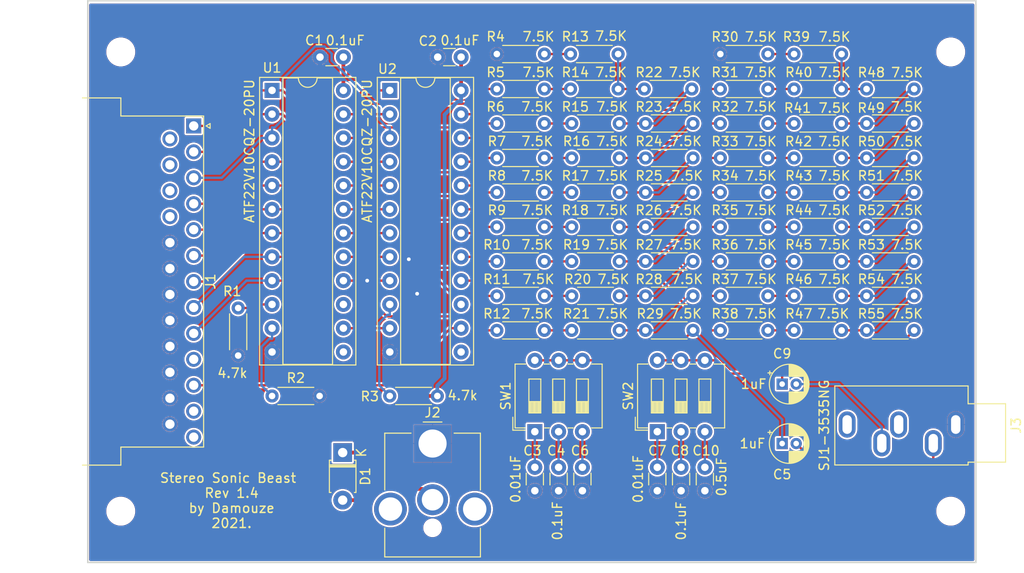
<source format=kicad_pcb>
(kicad_pcb (version 20171130) (host pcbnew "(5.1.10)-1")
  (layers (0 F.Cu signal) (31 B.Cu signal) (34 B.Paste user) (35 F.Paste user) (36 B.SilkS user) (37 F.SilkS user) (38 B.Mask user) (39 F.Mask user) (44 Edge.Cuts user))
  (net 0 "")
  (net 1 GND)
  (net 2 "Net-(C4-Pad1)")
  (net 3 "Net-(R13-Pad2)")
  (net 4 "Net-(R14-Pad2)")
  (net 5 "Net-(R15-Pad2)")
  (net 6 "Net-(R16-Pad2)")
  (net 7 "Net-(R17-Pad2)")
  (net 8 "Net-(R18-Pad2)")
  (net 9 "Net-(R10-Pad1)")
  (net 10 "Net-(R15-Pad1)")
  (net 11 "Net-(R16-Pad1)")
  (net 12 "Net-(R17-Pad1)")
  (net 13 "Net-(R18-Pad1)")
  (net 14 /LEFT)
  (net 15 "Net-(C6-Pad1)")
  (net 16 /RIGHT)
  (net 17 "Net-(C7-Pad1)")
  (net 18 "Net-(C8-Pad1)")
  (net 19 /D0)
  (net 20 /D1)
  (net 21 /D2)
  (net 22 /D3)
  (net 23 /D4)
  (net 24 /D5)
  (net 25 /D6)
  (net 26 /D7)
  (net 27 /LD0)
  (net 28 /LD1)
  (net 29 /LD2)
  (net 30 /LD3)
  (net 31 /LD4)
  (net 32 /LD5)
  (net 33 /LD6)
  (net 34 /LD7)
  (net 35 /RD0)
  (net 36 /RD1)
  (net 37 /RD2)
  (net 38 "Net-(R30-Pad1)")
  (net 39 /RD3)
  (net 40 "Net-(R31-Pad1)")
  (net 41 /RD4)
  (net 42 "Net-(R32-Pad1)")
  (net 43 /RD5)
  (net 44 "Net-(R33-Pad1)")
  (net 45 /RD6)
  (net 46 "Net-(R34-Pad1)")
  (net 47 /RD7)
  (net 48 "Net-(R35-Pad1)")
  (net 49 "Net-(R36-Pad1)")
  (net 50 "Net-(R41-Pad1)")
  (net 51 "Net-(R42-Pad1)")
  (net 52 "Net-(R43-Pad1)")
  (net 53 "Net-(R44-Pad1)")
  (net 54 /VCC)
  (net 55 "Net-(C10-Pad1)")
  (net 56 "Net-(C3-Pad1)")
  (net 57 /~STROBE)
  (net 58 "Net-(R11-Pad1)")
  (net 59 "Net-(R19-Pad1)")
  (net 60 "Net-(R37-Pad1)")
  (net 61 "Net-(R45-Pad1)")
  (net 62 /RL)
  (net 63 /LR)
  (net 64 /+5V)
  (net 65 /L)
  (net 66 /R)
  (net 67 "Net-(R12-Pad1)")
  (net 68 "Net-(R20-Pad1)")
  (net 69 "Net-(R38-Pad1)")
  (net 70 "Net-(R46-Pad1)")
  (net 71 /BUSY)
  (net 72 /BSY0_IN)
  (net 73 "Net-(R13-Pad1)")
  (net 74 "Net-(R21-Pad1)")
  (net 75 "Net-(R39-Pad1)")
  (net 76 "Net-(R47-Pad1)")
  (net 77 /BSY1_IN)
  (module Package_DIP:DIP-24_W7.62mm_Socket (layer F.Cu) (at 87.333 54.656)
    (fp_text reference U2 (at -0.254 -2.286) (layer F.SilkS))
    (fp_text value ATF22V10CQZ-20PU (at -2.413 6.477 90) (layer F.SilkS))
    (pad 24 thru_hole oval (at 7.62 0) (size 1.6 1.6) (drill 0.8) (layers *.Cu *.Mask) (net 54 /VCC))
    (pad 12 thru_hole oval (at 0 27.94) (size 1.6 1.6) (drill 0.8) (layers *.Cu *.Mask) (net 1 GND))
    (pad 23 thru_hole oval (at 7.62 2.54) (size 1.6 1.6) (drill 0.8) (layers *.Cu *.Mask) (net 35 /RD0))
    (pad 11 thru_hole oval (at 0 25.4) (size 1.6 1.6) (drill 0.8) (layers *.Cu *.Mask) (net 77 /BSY1_IN))
    (pad 22 thru_hole oval (at 7.62 5.08) (size 1.6 1.6) (drill 0.8) (layers *.Cu *.Mask) (net 36 /RD1))
    (pad 10 thru_hole oval (at 0 22.86) (size 1.6 1.6) (drill 0.8) (layers *.Cu *.Mask) (net 62 /RL))
    (pad 21 thru_hole oval (at 7.62 7.62) (size 1.6 1.6) (drill 0.8) (layers *.Cu *.Mask) (net 37 /RD2))
    (pad 9 thru_hole oval (at 0 20.32) (size 1.6 1.6) (drill 0.8) (layers *.Cu *.Mask) (net 26 /D7))
    (pad 20 thru_hole oval (at 7.62 10.16) (size 1.6 1.6) (drill 0.8) (layers *.Cu *.Mask) (net 39 /RD3))
    (pad 8 thru_hole oval (at 0 17.78) (size 1.6 1.6) (drill 0.8) (layers *.Cu *.Mask) (net 25 /D6))
    (pad 19 thru_hole oval (at 7.62 12.7) (size 1.6 1.6) (drill 0.8) (layers *.Cu *.Mask) (net 41 /RD4))
    (pad 7 thru_hole oval (at 0 15.24) (size 1.6 1.6) (drill 0.8) (layers *.Cu *.Mask) (net 24 /D5))
    (pad 18 thru_hole oval (at 7.62 15.24) (size 1.6 1.6) (drill 0.8) (layers *.Cu *.Mask) (net 43 /RD5))
    (pad 6 thru_hole oval (at 0 12.7) (size 1.6 1.6) (drill 0.8) (layers *.Cu *.Mask) (net 23 /D4))
    (pad 17 thru_hole oval (at 7.62 17.78) (size 1.6 1.6) (drill 0.8) (layers *.Cu *.Mask) (net 45 /RD6))
    (pad 5 thru_hole oval (at 0 10.16) (size 1.6 1.6) (drill 0.8) (layers *.Cu *.Mask) (net 22 /D3))
    (pad 16 thru_hole oval (at 7.62 20.32) (size 1.6 1.6) (drill 0.8) (layers *.Cu *.Mask) (net 47 /RD7))
    (pad 4 thru_hole oval (at 0 7.62) (size 1.6 1.6) (drill 0.8) (layers *.Cu *.Mask) (net 21 /D2))
    (pad 15 thru_hole oval (at 7.62 22.86) (size 1.6 1.6) (drill 0.8) (layers *.Cu *.Mask))
    (pad 3 thru_hole oval (at 0 5.08) (size 1.6 1.6) (drill 0.8) (layers *.Cu *.Mask) (net 20 /D1))
    (pad 14 thru_hole oval (at 7.62 25.4) (size 1.6 1.6) (drill 0.8) (layers *.Cu *.Mask) (net 71 /BUSY))
    (pad 2 thru_hole oval (at 0 2.54) (size 1.6 1.6) (drill 0.8) (layers *.Cu *.Mask) (net 19 /D0))
    (pad 13 thru_hole oval (at 7.62 27.94) (size 1.6 1.6) (drill 0.8) (layers *.Cu *.Mask))
    (pad 1 thru_hole rect (at 0 0) (size 1.6 1.6) (drill 0.8) (layers *.Cu *.Mask) (net 57 /~STROBE))
  )
  (module Package_DIP:DIP-24_W7.62mm_Socket (layer F.Cu) (at 74.76 54.656)
    (fp_text reference U1 (at 0 -2.413) (layer F.SilkS))
    (fp_text value ATF22V10CQZ-20PU (at -2.413 6.477 90) (layer F.SilkS))
    (pad 24 thru_hole oval (at 7.62 0) (size 1.6 1.6) (drill 0.8) (layers *.Cu *.Mask) (net 54 /VCC))
    (pad 12 thru_hole oval (at 0 27.94) (size 1.6 1.6) (drill 0.8) (layers *.Cu *.Mask) (net 1 GND))
    (pad 23 thru_hole oval (at 7.62 2.54) (size 1.6 1.6) (drill 0.8) (layers *.Cu *.Mask) (net 27 /LD0))
    (pad 11 thru_hole oval (at 0 25.4) (size 1.6 1.6) (drill 0.8) (layers *.Cu *.Mask) (net 72 /BSY0_IN))
    (pad 22 thru_hole oval (at 7.62 5.08) (size 1.6 1.6) (drill 0.8) (layers *.Cu *.Mask) (net 28 /LD1))
    (pad 10 thru_hole oval (at 0 22.86) (size 1.6 1.6) (drill 0.8) (layers *.Cu *.Mask) (net 63 /LR))
    (pad 21 thru_hole oval (at 7.62 7.62) (size 1.6 1.6) (drill 0.8) (layers *.Cu *.Mask) (net 29 /LD2))
    (pad 9 thru_hole oval (at 0 20.32) (size 1.6 1.6) (drill 0.8) (layers *.Cu *.Mask) (net 26 /D7))
    (pad 20 thru_hole oval (at 7.62 10.16) (size 1.6 1.6) (drill 0.8) (layers *.Cu *.Mask) (net 30 /LD3))
    (pad 8 thru_hole oval (at 0 17.78) (size 1.6 1.6) (drill 0.8) (layers *.Cu *.Mask) (net 25 /D6))
    (pad 19 thru_hole oval (at 7.62 12.7) (size 1.6 1.6) (drill 0.8) (layers *.Cu *.Mask) (net 31 /LD4))
    (pad 7 thru_hole oval (at 0 15.24) (size 1.6 1.6) (drill 0.8) (layers *.Cu *.Mask) (net 24 /D5))
    (pad 18 thru_hole oval (at 7.62 15.24) (size 1.6 1.6) (drill 0.8) (layers *.Cu *.Mask) (net 32 /LD5))
    (pad 6 thru_hole oval (at 0 12.7) (size 1.6 1.6) (drill 0.8) (layers *.Cu *.Mask) (net 23 /D4))
    (pad 17 thru_hole oval (at 7.62 17.78) (size 1.6 1.6) (drill 0.8) (layers *.Cu *.Mask) (net 33 /LD6))
    (pad 5 thru_hole oval (at 0 10.16) (size 1.6 1.6) (drill 0.8) (layers *.Cu *.Mask) (net 22 /D3))
    (pad 16 thru_hole oval (at 7.62 20.32) (size 1.6 1.6) (drill 0.8) (layers *.Cu *.Mask) (net 34 /LD7))
    (pad 4 thru_hole oval (at 0 7.62) (size 1.6 1.6) (drill 0.8) (layers *.Cu *.Mask) (net 21 /D2))
    (pad 15 thru_hole oval (at 7.62 22.86) (size 1.6 1.6) (drill 0.8) (layers *.Cu *.Mask))
    (pad 3 thru_hole oval (at 0 5.08) (size 1.6 1.6) (drill 0.8) (layers *.Cu *.Mask) (net 20 /D1))
    (pad 14 thru_hole oval (at 7.62 25.4) (size 1.6 1.6) (drill 0.8) (layers *.Cu *.Mask) (net 77 /BSY1_IN))
    (pad 2 thru_hole oval (at 0 2.54) (size 1.6 1.6) (drill 0.8) (layers *.Cu *.Mask) (net 19 /D0))
    (pad 13 thru_hole oval (at 7.62 27.94) (size 1.6 1.6) (drill 0.8) (layers *.Cu *.Mask))
    (pad 1 thru_hole rect (at 0 0) (size 1.6 1.6) (drill 0.8) (layers *.Cu *.Mask) (net 57 /~STROBE))
  )
  (module Resistor_THT:R_Axial_DIN0204_L3.6mm_D1.6mm_P5.08mm_Horizontal (layer F.Cu) (at 74.76 87.295)
    (fp_text reference R2 (at 2.54 -1.92) (layer F.SilkS))
    (fp_text value 4.7k)
    (pad 2 thru_hole oval (at 5.08 0) (size 1.4 1.4) (drill 0.7) (layers *.Cu *.Mask) (net 1 GND))
    (pad 1 thru_hole circle (at 0 0) (size 1.4 1.4) (drill 0.7) (layers *.Cu *.Mask) (net 72 /BSY0_IN))
  )
  (module Resistor_THT:R_Axial_DIN0204_L3.6mm_D1.6mm_P5.08mm_Horizontal (layer F.Cu) (at 87.333 87.295)
    (fp_text reference R3 (at -2.1336 0.0508) (layer F.SilkS))
    (fp_text value 4.7k (at 7.7724 -0.0508) (layer F.SilkS))
    (pad 2 thru_hole oval (at 5.08 0) (size 1.4 1.4) (drill 0.7) (layers *.Cu *.Mask) (net 54 /VCC))
    (pad 1 thru_hole circle (at 0 0) (size 1.4 1.4) (drill 0.7) (layers *.Cu *.Mask) (net 62 /RL))
  )
  (module Diode_THT:D_T-1_P5.08mm_Horizontal (layer F.Cu) (at 82.3038 93.3402 270)
    (fp_text reference D1 (at 2.54 -2.42 90) (layer F.SilkS))
    (fp_text value D_Schottky)
    (fp_text user K (at 0 -2 90) (layer F.SilkS))
    (pad 2 thru_hole oval (at 5.08 0 270) (size 2 2) (drill 1) (layers *.Cu *.Mask) (net 64 /+5V))
    (pad 1 thru_hole rect (at 0 0 270) (size 2 2) (drill 1) (layers *.Cu *.Mask) (net 54 /VCC))
  )
  (module Resistor_THT:R_Axial_DIN0204_L3.6mm_D1.6mm_P5.08mm_Horizontal (layer F.Cu) (at 71.1405 77.897 270)
    (fp_text reference R1 (at -1.778 0.635 180) (layer F.SilkS))
    (fp_text value 4.7k (at 6.9596 0.6223 180) (layer F.SilkS))
    (pad 2 thru_hole oval (at 5.08 0 270) (size 1.4 1.4) (drill 0.7) (layers *.Cu *.Mask) (net 1 GND))
    (pad 1 thru_hole circle (at 0 0 270) (size 1.4 1.4) (drill 0.7) (layers *.Cu *.Mask) (net 63 /LR))
  )
  (module Capacitor_THT:C_Disc_D3.0mm_W1.6mm_P2.50mm (layer F.Cu) (at 120.988 94.915 270)
    (fp_text reference C10 (at -1.778 -0.127 180) (layer F.SilkS))
    (fp_text value 0.5uF (at 1.016 -1.778 90) (layer F.SilkS))
    (pad 2 thru_hole circle (at 2.5 0 270) (size 1.6 1.6) (drill 0.8) (layers *.Cu *.Mask) (net 1 GND))
    (pad 1 thru_hole circle (at 0 0 270) (size 1.6 1.6) (drill 0.8) (layers *.Cu *.Mask) (net 55 "Net-(C10-Pad1)"))
  )
  (module Capacitor_THT:C_Disc_D3.0mm_W1.6mm_P2.50mm (layer F.Cu) (at 118.448 94.915 270)
    (fp_text reference C8 (at -1.778 0.127 180) (layer F.SilkS))
    (fp_text value 0.1uF (at 5.715 0 270) (layer F.SilkS))
    (pad 2 thru_hole circle (at 2.5 0 270) (size 1.6 1.6) (drill 0.8) (layers *.Cu *.Mask) (net 1 GND))
    (pad 1 thru_hole circle (at 0 0 270) (size 1.6 1.6) (drill 0.8) (layers *.Cu *.Mask) (net 18 "Net-(C8-Pad1)"))
  )
  (module Capacitor_THT:C_Disc_D3.0mm_W1.6mm_P2.50mm (layer F.Cu) (at 115.908 94.915 270)
    (fp_text reference C7 (at -1.778 0 180) (layer F.SilkS))
    (fp_text value 0.01uF (at 1.25 2.05 90) (layer F.SilkS))
    (pad 2 thru_hole circle (at 2.5 0 270) (size 1.6 1.6) (drill 0.8) (layers *.Cu *.Mask) (net 1 GND))
    (pad 1 thru_hole circle (at 0 0 270) (size 1.6 1.6) (drill 0.8) (layers *.Cu *.Mask) (net 17 "Net-(C7-Pad1)"))
  )
  (module Capacitor_THT:C_Disc_D3.0mm_W1.6mm_P2.50mm (layer F.Cu) (at 107.907 94.915 270)
    (fp_text reference C6 (at -1.778 0.254 180) (layer F.SilkS))
    (fp_text value 0.5uF)
    (pad 2 thru_hole circle (at 2.5 0 270) (size 1.6 1.6) (drill 0.8) (layers *.Cu *.Mask) (net 1 GND))
    (pad 1 thru_hole circle (at 0 0 270) (size 1.6 1.6) (drill 0.8) (layers *.Cu *.Mask) (net 15 "Net-(C6-Pad1)"))
  )
  (module Capacitor_THT:C_Disc_D3.0mm_W1.6mm_P2.50mm (layer F.Cu) (at 105.367 94.915 270)
    (fp_text reference C4 (at -1.778 0.254) (layer F.SilkS))
    (fp_text value 0.1uF (at 5.715 0.127 270) (layer F.SilkS))
    (pad 2 thru_hole circle (at 2.5 0 270) (size 1.6 1.6) (drill 0.8) (layers *.Cu *.Mask) (net 1 GND))
    (pad 1 thru_hole circle (at 0 0 270) (size 1.6 1.6) (drill 0.8) (layers *.Cu *.Mask) (net 2 "Net-(C4-Pad1)"))
  )
  (module Capacitor_THT:C_Disc_D3.0mm_W1.6mm_P2.50mm (layer F.Cu) (at 102.827 94.915 270)
    (fp_text reference C3 (at -1.778 0.254) (layer F.SilkS))
    (fp_text value 0.01uF (at 1.25 2.05 90) (layer F.SilkS))
    (pad 2 thru_hole circle (at 2.5 0 270) (size 1.6 1.6) (drill 0.8) (layers *.Cu *.Mask) (net 1 GND))
    (pad 1 thru_hole circle (at 0 0 270) (size 1.6 1.6) (drill 0.8) (layers *.Cu *.Mask) (net 56 "Net-(C3-Pad1)"))
  )
  (module Connector_BarrelJack:BarrelJack_CUI_PJ-063AH_Horizontal_CircularHoles (layer F.Cu) (at 91.905 92.375)
    (fp_text reference J2 (at 0 -3.3) (layer F.SilkS))
    (fp_text value Barrel_Jack)
    (pad "" np_thru_hole circle (at 0 9) (size 1.6 1.6) (drill 1.6) (layers *.Cu *.Mask))
    (pad MP thru_hole circle (at 4.5 7) (size 3.5 3.5) (drill 2.5) (layers *.Cu *.Mask))
    (pad MP thru_hole circle (at -4.5 7) (size 3.5 3.5) (drill 2.5) (layers *.Cu *.Mask))
    (pad 2 thru_hole circle (at 0 6) (size 3.3 3.3) (drill 2.3) (layers *.Cu *.Mask) (net 64 /+5V))
    (pad 1 thru_hole rect (at 0 0) (size 4 4) (drill 3) (layers *.Cu *.Mask) (net 1 GND))
  )
  (module Capacitor_THT:C_Disc_D3.0mm_W1.6mm_P2.50mm (layer F.Cu) (at 94.953 51.1 180)
    (fp_text reference C2 (at 3.556 1.7145) (layer F.SilkS))
    (fp_text value 0.1uF (at 0.127 1.778) (layer F.SilkS))
    (pad 2 thru_hole circle (at 2.5 0 180) (size 1.6 1.6) (drill 0.8) (layers *.Cu *.Mask) (net 1 GND))
    (pad 1 thru_hole circle (at 0 0 180) (size 1.6 1.6) (drill 0.8) (layers *.Cu *.Mask) (net 54 /VCC))
  )
  (module Capacitor_THT:C_Disc_D3.0mm_W1.6mm_P2.50mm (layer F.Cu) (at 82.38 51.1 180)
    (fp_text reference C1 (at 3.1115 1.778) (layer F.SilkS))
    (fp_text value 0.1uF (at -0.1905 1.778 180) (layer F.SilkS))
    (pad 2 thru_hole circle (at 2.5 0 180) (size 1.6 1.6) (drill 0.8) (layers *.Cu *.Mask) (net 1 GND))
    (pad 1 thru_hole circle (at 0 0 180) (size 1.6 1.6) (drill 0.8) (layers *.Cu *.Mask) (net 54 /VCC))
  )
  (module Button_Switch_THT:SW_DIP_SPSTx03_Slide_6.7x9.18mm_W7.62mm_P2.54mm_LowProfile (layer F.Cu) (at 115.908 91.105 90)
    (fp_text reference SW2 (at 3.81 -3.11 90) (layer F.SilkS))
    (fp_text value SW_DIP_x03)
    (pad 6 thru_hole oval (at 7.62 0 90) (size 1.6 1.6) (drill 0.8) (layers *.Cu *.Mask) (net 66 /R))
    (pad 3 thru_hole oval (at 0 5.08 90) (size 1.6 1.6) (drill 0.8) (layers *.Cu *.Mask) (net 55 "Net-(C10-Pad1)"))
    (pad 5 thru_hole oval (at 7.62 2.54 90) (size 1.6 1.6) (drill 0.8) (layers *.Cu *.Mask) (net 66 /R))
    (pad 2 thru_hole oval (at 0 2.54 90) (size 1.6 1.6) (drill 0.8) (layers *.Cu *.Mask) (net 18 "Net-(C8-Pad1)"))
    (pad 4 thru_hole oval (at 7.62 5.08 90) (size 1.6 1.6) (drill 0.8) (layers *.Cu *.Mask) (net 66 /R))
    (pad 1 thru_hole rect (at 0 0 90) (size 1.6 1.6) (drill 0.8) (layers *.Cu *.Mask) (net 17 "Net-(C7-Pad1)"))
  )
  (module Resistor_THT:R_Axial_DIN0204_L3.6mm_D1.6mm_P5.08mm_Horizontal (layer F.Cu) (at 143.34 80.287 180)
    (fp_text reference R55 (at 4.572 1.778) (layer F.SilkS))
    (fp_text value 7.5K (at 0.762 1.778) (layer F.SilkS))
    (pad 2 thru_hole oval (at 5.08 0 180) (size 1.4 1.4) (drill 0.7) (layers *.Cu *.Mask) (net 76 "Net-(R47-Pad1)"))
    (pad 1 thru_hole circle (at 0 0 180) (size 1.4 1.4) (drill 0.7) (layers *.Cu *.Mask) (net 66 /R))
  )
  (module Resistor_THT:R_Axial_DIN0204_L3.6mm_D1.6mm_P5.08mm_Horizontal (layer F.Cu) (at 143.34 76.604 180)
    (fp_text reference R54 (at 4.572 1.778) (layer F.SilkS))
    (fp_text value 7.5K (at 0.762 1.778) (layer F.SilkS))
    (pad 2 thru_hole oval (at 5.08 0 180) (size 1.4 1.4) (drill 0.7) (layers *.Cu *.Mask) (net 70 "Net-(R46-Pad1)"))
    (pad 1 thru_hole circle (at 0 0 180) (size 1.4 1.4) (drill 0.7) (layers *.Cu *.Mask) (net 76 "Net-(R47-Pad1)"))
  )
  (module Resistor_THT:R_Axial_DIN0204_L3.6mm_D1.6mm_P5.08mm_Horizontal (layer F.Cu) (at 143.34 72.921 180)
    (fp_text reference R53 (at 4.572 1.778) (layer F.SilkS))
    (fp_text value 7.5K (at 0.762 1.778) (layer F.SilkS))
    (pad 2 thru_hole oval (at 5.08 0 180) (size 1.4 1.4) (drill 0.7) (layers *.Cu *.Mask) (net 61 "Net-(R45-Pad1)"))
    (pad 1 thru_hole circle (at 0 0 180) (size 1.4 1.4) (drill 0.7) (layers *.Cu *.Mask) (net 70 "Net-(R46-Pad1)"))
  )
  (module Resistor_THT:R_Axial_DIN0204_L3.6mm_D1.6mm_P5.08mm_Horizontal (layer F.Cu) (at 143.34 69.238 180)
    (fp_text reference R52 (at 4.572 1.778) (layer F.SilkS))
    (fp_text value 7.5K (at 0.762 1.778) (layer F.SilkS))
    (pad 2 thru_hole oval (at 5.08 0 180) (size 1.4 1.4) (drill 0.7) (layers *.Cu *.Mask) (net 53 "Net-(R44-Pad1)"))
    (pad 1 thru_hole circle (at 0 0 180) (size 1.4 1.4) (drill 0.7) (layers *.Cu *.Mask) (net 61 "Net-(R45-Pad1)"))
  )
  (module Resistor_THT:R_Axial_DIN0204_L3.6mm_D1.6mm_P5.08mm_Horizontal (layer F.Cu) (at 143.34 65.555 180)
    (fp_text reference R51 (at 4.572 1.778) (layer F.SilkS))
    (fp_text value 7.5K (at 0.762 1.778) (layer F.SilkS))
    (pad 2 thru_hole oval (at 5.08 0 180) (size 1.4 1.4) (drill 0.7) (layers *.Cu *.Mask) (net 52 "Net-(R43-Pad1)"))
    (pad 1 thru_hole circle (at 0 0 180) (size 1.4 1.4) (drill 0.7) (layers *.Cu *.Mask) (net 53 "Net-(R44-Pad1)"))
  )
  (module Resistor_THT:R_Axial_DIN0204_L3.6mm_D1.6mm_P5.08mm_Horizontal (layer F.Cu) (at 143.34 61.872 180)
    (fp_text reference R50 (at 4.572 1.755) (layer F.SilkS))
    (fp_text value 7.5K (at 0.762 1.755) (layer F.SilkS))
    (pad 2 thru_hole oval (at 5.08 0 180) (size 1.4 1.4) (drill 0.7) (layers *.Cu *.Mask) (net 51 "Net-(R42-Pad1)"))
    (pad 1 thru_hole circle (at 0 0 180) (size 1.4 1.4) (drill 0.7) (layers *.Cu *.Mask) (net 52 "Net-(R43-Pad1)"))
  )
  (module Resistor_THT:R_Axial_DIN0204_L3.6mm_D1.6mm_P5.08mm_Horizontal (layer F.Cu) (at 143.34 58.189 180)
    (fp_text reference R49 (at 4.5974 1.651) (layer F.SilkS))
    (fp_text value 7.5K (at 0.7874 1.778) (layer F.SilkS))
    (pad 2 thru_hole oval (at 5.08 0 180) (size 1.4 1.4) (drill 0.7) (layers *.Cu *.Mask) (net 50 "Net-(R41-Pad1)"))
    (pad 1 thru_hole circle (at 0 0 180) (size 1.4 1.4) (drill 0.7) (layers *.Cu *.Mask) (net 51 "Net-(R42-Pad1)"))
  )
  (module Resistor_THT:R_Axial_DIN0204_L3.6mm_D1.6mm_P5.08mm_Horizontal (layer F.Cu) (at 143.34 54.506 180)
    (fp_text reference R48 (at 4.572 1.755) (layer F.SilkS))
    (fp_text value 7.5K (at 0.762 1.755) (layer F.SilkS))
    (pad 2 thru_hole oval (at 5.08 0 180) (size 1.4 1.4) (drill 0.7) (layers *.Cu *.Mask) (net 75 "Net-(R39-Pad1)"))
    (pad 1 thru_hole circle (at 0 0 180) (size 1.4 1.4) (drill 0.7) (layers *.Cu *.Mask) (net 50 "Net-(R41-Pad1)"))
  )
  (module Resistor_THT:R_Axial_DIN0204_L3.6mm_D1.6mm_P5.08mm_Horizontal (layer F.Cu) (at 135.593 80.287 180)
    (fp_text reference R47 (at 4.572 1.778) (layer F.SilkS))
    (fp_text value 7.5K (at 0.889 1.778) (layer F.SilkS))
    (pad 2 thru_hole oval (at 5.08 0 180) (size 1.4 1.4) (drill 0.7) (layers *.Cu *.Mask) (net 69 "Net-(R38-Pad1)"))
    (pad 1 thru_hole circle (at 0 0 180) (size 1.4 1.4) (drill 0.7) (layers *.Cu *.Mask) (net 76 "Net-(R47-Pad1)"))
  )
  (module Resistor_THT:R_Axial_DIN0204_L3.6mm_D1.6mm_P5.08mm_Horizontal (layer F.Cu) (at 135.593 76.604 180)
    (fp_text reference R46 (at 4.572 1.778) (layer F.SilkS))
    (fp_text value 7.5K (at 0.762 1.778) (layer F.SilkS))
    (pad 2 thru_hole oval (at 5.08 0 180) (size 1.4 1.4) (drill 0.7) (layers *.Cu *.Mask) (net 60 "Net-(R37-Pad1)"))
    (pad 1 thru_hole circle (at 0 0 180) (size 1.4 1.4) (drill 0.7) (layers *.Cu *.Mask) (net 70 "Net-(R46-Pad1)"))
  )
  (module Resistor_THT:R_Axial_DIN0204_L3.6mm_D1.6mm_P5.08mm_Horizontal (layer F.Cu) (at 135.593 72.921 180)
    (fp_text reference R45 (at 4.572 1.778) (layer F.SilkS))
    (fp_text value 7.5K (at 0.762 1.778) (layer F.SilkS))
    (pad 2 thru_hole oval (at 5.08 0 180) (size 1.4 1.4) (drill 0.7) (layers *.Cu *.Mask) (net 49 "Net-(R36-Pad1)"))
    (pad 1 thru_hole circle (at 0 0 180) (size 1.4 1.4) (drill 0.7) (layers *.Cu *.Mask) (net 61 "Net-(R45-Pad1)"))
  )
  (module Resistor_THT:R_Axial_DIN0204_L3.6mm_D1.6mm_P5.08mm_Horizontal (layer F.Cu) (at 135.593 69.238 180)
    (fp_text reference R44 (at 4.572 1.778) (layer F.SilkS))
    (fp_text value 7.5K (at 0.762 1.778) (layer F.SilkS))
    (pad 2 thru_hole oval (at 5.08 0 180) (size 1.4 1.4) (drill 0.7) (layers *.Cu *.Mask) (net 48 "Net-(R35-Pad1)"))
    (pad 1 thru_hole circle (at 0 0 180) (size 1.4 1.4) (drill 0.7) (layers *.Cu *.Mask) (net 53 "Net-(R44-Pad1)"))
  )
  (module Resistor_THT:R_Axial_DIN0204_L3.6mm_D1.6mm_P5.08mm_Horizontal (layer F.Cu) (at 135.593 65.555 180)
    (fp_text reference R43 (at 4.572 1.778) (layer F.SilkS))
    (fp_text value 7.5K (at 0.762 1.778) (layer F.SilkS))
    (pad 2 thru_hole oval (at 5.08 0 180) (size 1.4 1.4) (drill 0.7) (layers *.Cu *.Mask) (net 46 "Net-(R34-Pad1)"))
    (pad 1 thru_hole circle (at 0 0 180) (size 1.4 1.4) (drill 0.7) (layers *.Cu *.Mask) (net 52 "Net-(R43-Pad1)"))
  )
  (module Resistor_THT:R_Axial_DIN0204_L3.6mm_D1.6mm_P5.08mm_Horizontal (layer F.Cu) (at 135.593 61.872 180)
    (fp_text reference R42 (at 4.5974 1.755) (layer F.SilkS))
    (fp_text value 7.5K (at 0.7874 1.755) (layer F.SilkS))
    (pad 2 thru_hole oval (at 5.08 0 180) (size 1.4 1.4) (drill 0.7) (layers *.Cu *.Mask) (net 44 "Net-(R33-Pad1)"))
    (pad 1 thru_hole circle (at 0 0 180) (size 1.4 1.4) (drill 0.7) (layers *.Cu *.Mask) (net 51 "Net-(R42-Pad1)"))
  )
  (module Resistor_THT:R_Axial_DIN0204_L3.6mm_D1.6mm_P5.08mm_Horizontal (layer F.Cu) (at 135.593 58.189 180)
    (fp_text reference R41 (at 4.699 1.651) (layer F.SilkS))
    (fp_text value 7.5K (at 0.762 1.651) (layer F.SilkS))
    (pad 2 thru_hole oval (at 5.08 0 180) (size 1.4 1.4) (drill 0.7) (layers *.Cu *.Mask) (net 42 "Net-(R32-Pad1)"))
    (pad 1 thru_hole circle (at 0 0 180) (size 1.4 1.4) (drill 0.7) (layers *.Cu *.Mask) (net 50 "Net-(R41-Pad1)"))
  )
  (module Resistor_THT:R_Axial_DIN0204_L3.6mm_D1.6mm_P5.08mm_Horizontal (layer F.Cu) (at 135.593 54.506 180)
    (fp_text reference R40 (at 4.572 1.778) (layer F.SilkS))
    (fp_text value 7.5K (at 0.762 1.778) (layer F.SilkS))
    (pad 2 thru_hole oval (at 5.08 0 180) (size 1.4 1.4) (drill 0.7) (layers *.Cu *.Mask) (net 40 "Net-(R31-Pad1)"))
    (pad 1 thru_hole circle (at 0 0 180) (size 1.4 1.4) (drill 0.7) (layers *.Cu *.Mask) (net 75 "Net-(R39-Pad1)"))
  )
  (module Resistor_THT:R_Axial_DIN0204_L3.6mm_D1.6mm_P5.08mm_Horizontal (layer F.Cu) (at 135.593 50.7722 180)
    (fp_text reference R39 (at 4.826 1.8312) (layer F.SilkS))
    (fp_text value 7.5K (at 0.762 1.8312) (layer F.SilkS))
    (pad 2 thru_hole oval (at 5.08 0 180) (size 1.4 1.4) (drill 0.7) (layers *.Cu *.Mask) (net 38 "Net-(R30-Pad1)"))
    (pad 1 thru_hole circle (at 0 0 180) (size 1.4 1.4) (drill 0.7) (layers *.Cu *.Mask) (net 75 "Net-(R39-Pad1)"))
  )
  (module Resistor_THT:R_Axial_DIN0204_L3.6mm_D1.6mm_P5.08mm_Horizontal (layer F.Cu) (at 127.719 80.287 180)
    (fp_text reference R38 (at 4.572 1.778) (layer F.SilkS))
    (fp_text value 7.5K (at 0.762 1.778) (layer F.SilkS))
    (pad 2 thru_hole oval (at 5.08 0 180) (size 1.4 1.4) (drill 0.7) (layers *.Cu *.Mask) (net 47 /RD7))
    (pad 1 thru_hole circle (at 0 0 180) (size 1.4 1.4) (drill 0.7) (layers *.Cu *.Mask) (net 69 "Net-(R38-Pad1)"))
  )
  (module Resistor_THT:R_Axial_DIN0204_L3.6mm_D1.6mm_P5.08mm_Horizontal (layer F.Cu) (at 127.719 76.604 180)
    (fp_text reference R37 (at 4.572 1.778) (layer F.SilkS))
    (fp_text value 7.5K (at 0.762 1.778) (layer F.SilkS))
    (pad 2 thru_hole oval (at 5.08 0 180) (size 1.4 1.4) (drill 0.7) (layers *.Cu *.Mask) (net 45 /RD6))
    (pad 1 thru_hole circle (at 0 0 180) (size 1.4 1.4) (drill 0.7) (layers *.Cu *.Mask) (net 60 "Net-(R37-Pad1)"))
  )
  (module Resistor_THT:R_Axial_DIN0204_L3.6mm_D1.6mm_P5.08mm_Horizontal (layer F.Cu) (at 127.719 72.921 180)
    (fp_text reference R36 (at 4.572 1.778) (layer F.SilkS))
    (fp_text value 7.5K (at 0.762 1.778) (layer F.SilkS))
    (pad 2 thru_hole oval (at 5.08 0 180) (size 1.4 1.4) (drill 0.7) (layers *.Cu *.Mask) (net 43 /RD5))
    (pad 1 thru_hole circle (at 0 0 180) (size 1.4 1.4) (drill 0.7) (layers *.Cu *.Mask) (net 49 "Net-(R36-Pad1)"))
  )
  (module Resistor_THT:R_Axial_DIN0204_L3.6mm_D1.6mm_P5.08mm_Horizontal (layer F.Cu) (at 127.719 69.238 180)
    (fp_text reference R35 (at 4.572 1.778) (layer F.SilkS))
    (fp_text value 7.5K (at 0.762 1.778) (layer F.SilkS))
    (pad 2 thru_hole oval (at 5.08 0 180) (size 1.4 1.4) (drill 0.7) (layers *.Cu *.Mask) (net 41 /RD4))
    (pad 1 thru_hole circle (at 0 0 180) (size 1.4 1.4) (drill 0.7) (layers *.Cu *.Mask) (net 48 "Net-(R35-Pad1)"))
  )
  (module Resistor_THT:R_Axial_DIN0204_L3.6mm_D1.6mm_P5.08mm_Horizontal (layer F.Cu) (at 127.719 65.555 180)
    (fp_text reference R34 (at 4.572 1.778) (layer F.SilkS))
    (fp_text value 7.5K (at 0.762 1.778) (layer F.SilkS))
    (pad 2 thru_hole oval (at 5.08 0 180) (size 1.4 1.4) (drill 0.7) (layers *.Cu *.Mask) (net 39 /RD3))
    (pad 1 thru_hole circle (at 0 0 180) (size 1.4 1.4) (drill 0.7) (layers *.Cu *.Mask) (net 46 "Net-(R34-Pad1)"))
  )
  (module Resistor_THT:R_Axial_DIN0204_L3.6mm_D1.6mm_P5.08mm_Horizontal (layer F.Cu) (at 127.719 61.872 180)
    (fp_text reference R33 (at 4.572 1.755) (layer F.SilkS))
    (fp_text value 7.5K (at 0.762 1.755) (layer F.SilkS))
    (pad 2 thru_hole oval (at 5.08 0 180) (size 1.4 1.4) (drill 0.7) (layers *.Cu *.Mask) (net 37 /RD2))
    (pad 1 thru_hole circle (at 0 0 180) (size 1.4 1.4) (drill 0.7) (layers *.Cu *.Mask) (net 44 "Net-(R33-Pad1)"))
  )
  (module Resistor_THT:R_Axial_DIN0204_L3.6mm_D1.6mm_P5.08mm_Horizontal (layer F.Cu) (at 127.719 58.189 180)
    (fp_text reference R32 (at 4.572 1.778) (layer F.SilkS))
    (fp_text value 7.5K (at 0.762 1.778) (layer F.SilkS))
    (pad 2 thru_hole oval (at 5.08 0 180) (size 1.4 1.4) (drill 0.7) (layers *.Cu *.Mask) (net 36 /RD1))
    (pad 1 thru_hole circle (at 0 0 180) (size 1.4 1.4) (drill 0.7) (layers *.Cu *.Mask) (net 42 "Net-(R32-Pad1)"))
  )
  (module Resistor_THT:R_Axial_DIN0204_L3.6mm_D1.6mm_P5.08mm_Horizontal (layer F.Cu) (at 127.719 54.506 180)
    (fp_text reference R31 (at 4.572 1.778) (layer F.SilkS))
    (fp_text value 7.5K (at 0.762 1.778) (layer F.SilkS))
    (pad 2 thru_hole oval (at 5.08 0 180) (size 1.4 1.4) (drill 0.7) (layers *.Cu *.Mask) (net 35 /RD0))
    (pad 1 thru_hole circle (at 0 0 180) (size 1.4 1.4) (drill 0.7) (layers *.Cu *.Mask) (net 40 "Net-(R31-Pad1)"))
  )
  (module Resistor_THT:R_Axial_DIN0204_L3.6mm_D1.6mm_P5.08mm_Horizontal (layer F.Cu) (at 127.719 50.7722 180)
    (fp_text reference R30 (at 4.572 1.8312) (layer F.SilkS))
    (fp_text value 7.5K (at 0.762 1.8312) (layer F.SilkS))
    (pad 2 thru_hole oval (at 5.08 0 180) (size 1.4 1.4) (drill 0.7) (layers *.Cu *.Mask) (net 1 GND))
    (pad 1 thru_hole circle (at 0 0 180) (size 1.4 1.4) (drill 0.7) (layers *.Cu *.Mask) (net 38 "Net-(R30-Pad1)"))
  )
  (module Capacitor_THT:CP_Radial_D4.0mm_P1.50mm (layer F.Cu) (at 129.243 86.025)
    (fp_text reference C9 (at 0 -3.25) (layer F.SilkS))
    (fp_text value 1uF (at -3.048 0) (layer F.SilkS))
    (pad 2 thru_hole circle (at 1.5 0) (size 1.2 1.2) (drill 0.6) (layers *.Cu *.Mask) (net 16 /RIGHT))
    (pad 1 thru_hole rect (at 0 0) (size 1.2 1.2) (drill 0.6) (layers *.Cu *.Mask) (net 66 /R))
  )
  (module Button_Switch_THT:SW_DIP_SPSTx03_Slide_6.7x9.18mm_W7.62mm_P2.54mm_LowProfile (layer F.Cu) (at 102.827 91.105 90)
    (fp_text reference SW1 (at 3.81 -3.11 90) (layer F.SilkS))
    (fp_text value SW_DIP_x03)
    (pad 6 thru_hole oval (at 7.62 0 90) (size 1.6 1.6) (drill 0.8) (layers *.Cu *.Mask) (net 65 /L))
    (pad 3 thru_hole oval (at 0 5.08 90) (size 1.6 1.6) (drill 0.8) (layers *.Cu *.Mask) (net 15 "Net-(C6-Pad1)"))
    (pad 5 thru_hole oval (at 7.62 2.54 90) (size 1.6 1.6) (drill 0.8) (layers *.Cu *.Mask) (net 65 /L))
    (pad 2 thru_hole oval (at 0 2.54 90) (size 1.6 1.6) (drill 0.8) (layers *.Cu *.Mask) (net 2 "Net-(C4-Pad1)"))
    (pad 4 thru_hole oval (at 7.62 5.08 90) (size 1.6 1.6) (drill 0.8) (layers *.Cu *.Mask) (net 65 /L))
    (pad 1 thru_hole rect (at 0 0 90) (size 1.6 1.6) (drill 0.8) (layers *.Cu *.Mask) (net 56 "Net-(C3-Pad1)"))
  )
  (module Connector_Dsub:DSUB-25_Male_Horizontal_P2.77x2.54mm_EdgePinOffset9.40mm (layer F.Cu) (at 66.39 58.45 270)
    (fp_text reference J1 (at 16.62 -1.8 90) (layer F.SilkS))
    (fp_text value DB25_Male_MountingHoles)
    (pad 1 thru_hole rect (at 0 0 270) (size 1.6 1.6) (drill 1) (layers *.Cu *.Mask) (net 57 /~STROBE))
    (pad 2 thru_hole circle (at 2.77 0 270) (size 1.6 1.6) (drill 1) (layers *.Cu *.Mask) (net 19 /D0))
    (pad 3 thru_hole circle (at 5.54 0 270) (size 1.6 1.6) (drill 1) (layers *.Cu *.Mask) (net 20 /D1))
    (pad 4 thru_hole circle (at 8.31 0 270) (size 1.6 1.6) (drill 1) (layers *.Cu *.Mask) (net 21 /D2))
    (pad 5 thru_hole circle (at 11.08 0 270) (size 1.6 1.6) (drill 1) (layers *.Cu *.Mask) (net 22 /D3))
    (pad 6 thru_hole circle (at 13.85 0 270) (size 1.6 1.6) (drill 1) (layers *.Cu *.Mask) (net 23 /D4))
    (pad 7 thru_hole circle (at 16.62 0 270) (size 1.6 1.6) (drill 1) (layers *.Cu *.Mask) (net 24 /D5))
    (pad 8 thru_hole circle (at 19.39 0 270) (size 1.6 1.6) (drill 1) (layers *.Cu *.Mask) (net 25 /D6))
    (pad 9 thru_hole circle (at 22.16 0 270) (size 1.6 1.6) (drill 1) (layers *.Cu *.Mask) (net 26 /D7))
    (pad 10 thru_hole circle (at 24.93 0 270) (size 1.6 1.6) (drill 1) (layers *.Cu *.Mask))
    (pad 11 thru_hole circle (at 27.7 0 270) (size 1.6 1.6) (drill 1) (layers *.Cu *.Mask) (net 71 /BUSY))
    (pad 12 thru_hole circle (at 30.47 0 270) (size 1.6 1.6) (drill 1) (layers *.Cu *.Mask))
    (pad 13 thru_hole circle (at 33.24 0 270) (size 1.6 1.6) (drill 1) (layers *.Cu *.Mask))
    (pad 14 thru_hole circle (at 1.385 2.54 270) (size 1.6 1.6) (drill 1) (layers *.Cu *.Mask))
    (pad 15 thru_hole circle (at 4.155 2.54 270) (size 1.6 1.6) (drill 1) (layers *.Cu *.Mask))
    (pad 16 thru_hole circle (at 6.925 2.54 270) (size 1.6 1.6) (drill 1) (layers *.Cu *.Mask))
    (pad 17 thru_hole circle (at 9.695 2.54 270) (size 1.6 1.6) (drill 1) (layers *.Cu *.Mask))
    (pad 18 thru_hole circle (at 12.465 2.54 270) (size 1.6 1.6) (drill 1) (layers *.Cu *.Mask) (net 1 GND))
    (pad 19 thru_hole circle (at 15.235 2.54 270) (size 1.6 1.6) (drill 1) (layers *.Cu *.Mask) (net 1 GND))
    (pad 20 thru_hole circle (at 18.005 2.54 270) (size 1.6 1.6) (drill 1) (layers *.Cu *.Mask) (net 1 GND))
    (pad 21 thru_hole circle (at 20.775 2.54 270) (size 1.6 1.6) (drill 1) (layers *.Cu *.Mask) (net 1 GND))
    (pad 22 thru_hole circle (at 23.545 2.54 270) (size 1.6 1.6) (drill 1) (layers *.Cu *.Mask) (net 1 GND))
    (pad 23 thru_hole circle (at 26.315 2.54 270) (size 1.6 1.6) (drill 1) (layers *.Cu *.Mask) (net 1 GND))
    (pad 24 thru_hole circle (at 29.085 2.54 270) (size 1.6 1.6) (drill 1) (layers *.Cu *.Mask) (net 1 GND))
    (pad 25 thru_hole circle (at 31.855 2.54 270) (size 1.6 1.6) (drill 1) (layers *.Cu *.Mask) (net 1 GND))
  )
  (module Resistor_THT:R_Axial_DIN0204_L3.6mm_D1.6mm_P5.08mm_Horizontal (layer F.Cu) (at 119.723 80.287 180)
    (fp_text reference R29 (at 4.572 1.778) (layer F.SilkS))
    (fp_text value 7.5K (at 0.762 1.778) (layer F.SilkS))
    (pad 2 thru_hole oval (at 5.08 0 180) (size 1.4 1.4) (drill 0.7) (layers *.Cu *.Mask) (net 74 "Net-(R21-Pad1)"))
    (pad 1 thru_hole circle (at 0 0 180) (size 1.4 1.4) (drill 0.7) (layers *.Cu *.Mask) (net 65 /L))
  )
  (module Resistor_THT:R_Axial_DIN0204_L3.6mm_D1.6mm_P5.08mm_Horizontal (layer F.Cu) (at 119.723 76.604 180)
    (fp_text reference R28 (at 4.699 1.778) (layer F.SilkS))
    (fp_text value 7.5K (at 0.635 1.778) (layer F.SilkS))
    (pad 2 thru_hole oval (at 5.08 0 180) (size 1.4 1.4) (drill 0.7) (layers *.Cu *.Mask) (net 68 "Net-(R20-Pad1)"))
    (pad 1 thru_hole circle (at 0 0 180) (size 1.4 1.4) (drill 0.7) (layers *.Cu *.Mask) (net 74 "Net-(R21-Pad1)"))
  )
  (module Resistor_THT:R_Axial_DIN0204_L3.6mm_D1.6mm_P5.08mm_Horizontal (layer F.Cu) (at 119.723 72.921 180)
    (fp_text reference R27 (at 4.699 1.778) (layer F.SilkS))
    (fp_text value 7.5K (at 0.762 1.778) (layer F.SilkS))
    (pad 2 thru_hole oval (at 5.08 0 180) (size 1.4 1.4) (drill 0.7) (layers *.Cu *.Mask) (net 59 "Net-(R19-Pad1)"))
    (pad 1 thru_hole circle (at 0 0 180) (size 1.4 1.4) (drill 0.7) (layers *.Cu *.Mask) (net 68 "Net-(R20-Pad1)"))
  )
  (module Resistor_THT:R_Axial_DIN0204_L3.6mm_D1.6mm_P5.08mm_Horizontal (layer F.Cu) (at 119.723 69.238 180)
    (fp_text reference R26 (at 4.699 1.778) (layer F.SilkS))
    (fp_text value 7.5K (at 0.762 1.778) (layer F.SilkS))
    (pad 2 thru_hole oval (at 5.08 0 180) (size 1.4 1.4) (drill 0.7) (layers *.Cu *.Mask) (net 13 "Net-(R18-Pad1)"))
    (pad 1 thru_hole circle (at 0 0 180) (size 1.4 1.4) (drill 0.7) (layers *.Cu *.Mask) (net 59 "Net-(R19-Pad1)"))
  )
  (module Resistor_THT:R_Axial_DIN0204_L3.6mm_D1.6mm_P5.08mm_Horizontal (layer F.Cu) (at 119.723 65.555 180)
    (fp_text reference R25 (at 4.699 1.778) (layer F.SilkS))
    (fp_text value 7.5K (at 0.635 1.778) (layer F.SilkS))
    (pad 2 thru_hole oval (at 5.08 0 180) (size 1.4 1.4) (drill 0.7) (layers *.Cu *.Mask) (net 12 "Net-(R17-Pad1)"))
    (pad 1 thru_hole circle (at 0 0 180) (size 1.4 1.4) (drill 0.7) (layers *.Cu *.Mask) (net 13 "Net-(R18-Pad1)"))
  )
  (module Resistor_THT:R_Axial_DIN0204_L3.6mm_D1.6mm_P5.08mm_Horizontal (layer F.Cu) (at 119.723 61.872 180)
    (fp_text reference R24 (at 4.699 1.778) (layer F.SilkS))
    (fp_text value 7.5K (at 0.762 1.778) (layer F.SilkS))
    (pad 1 thru_hole circle (at 0 0 180) (size 1.4 1.4) (drill 0.7) (layers *.Cu *.Mask) (net 12 "Net-(R17-Pad1)"))
    (pad 2 thru_hole oval (at 5.08 0 180) (size 1.4 1.4) (drill 0.7) (layers *.Cu *.Mask) (net 11 "Net-(R16-Pad1)"))
  )
  (module Resistor_THT:R_Axial_DIN0204_L3.6mm_D1.6mm_P5.08mm_Horizontal (layer F.Cu) (at 119.723 58.189 180)
    (fp_text reference R23 (at 4.699 1.778) (layer F.SilkS))
    (fp_text value 7.5K (at 0.762 1.778) (layer F.SilkS))
    (pad 2 thru_hole oval (at 5.08 0 180) (size 1.4 1.4) (drill 0.7) (layers *.Cu *.Mask) (net 10 "Net-(R15-Pad1)"))
    (pad 1 thru_hole circle (at 0 0 180) (size 1.4 1.4) (drill 0.7) (layers *.Cu *.Mask) (net 11 "Net-(R16-Pad1)"))
  )
  (module Resistor_THT:R_Axial_DIN0204_L3.6mm_D1.6mm_P5.08mm_Horizontal (layer F.Cu) (at 119.596 54.506 180)
    (fp_text reference R22 (at 4.572 1.778) (layer F.SilkS))
    (fp_text value 7.5K (at 0.762 1.778) (layer F.SilkS))
    (pad 2 thru_hole oval (at 5.08 0 180) (size 1.4 1.4) (drill 0.7) (layers *.Cu *.Mask) (net 73 "Net-(R13-Pad1)"))
    (pad 1 thru_hole circle (at 0 0 180) (size 1.4 1.4) (drill 0.7) (layers *.Cu *.Mask) (net 10 "Net-(R15-Pad1)"))
  )
  (module Resistor_THT:R_Axial_DIN0204_L3.6mm_D1.6mm_P5.08mm_Horizontal (layer F.Cu) (at 111.849 80.287 180)
    (fp_text reference R21 (at 4.572 1.778) (layer F.SilkS))
    (fp_text value 7.5K (at 0.762 1.778) (layer F.SilkS))
    (pad 2 thru_hole oval (at 5.08 0 180) (size 1.4 1.4) (drill 0.7) (layers *.Cu *.Mask) (net 67 "Net-(R12-Pad1)"))
    (pad 1 thru_hole circle (at 0 0 180) (size 1.4 1.4) (drill 0.7) (layers *.Cu *.Mask) (net 74 "Net-(R21-Pad1)"))
  )
  (module Resistor_THT:R_Axial_DIN0204_L3.6mm_D1.6mm_P5.08mm_Horizontal (layer F.Cu) (at 111.849 76.604 180)
    (fp_text reference R20 (at 4.445 1.778) (layer F.SilkS))
    (fp_text value 7.5K (at 0.635 1.778) (layer F.SilkS))
    (pad 2 thru_hole oval (at 5.08 0 180) (size 1.4 1.4) (drill 0.7) (layers *.Cu *.Mask) (net 58 "Net-(R11-Pad1)"))
    (pad 1 thru_hole circle (at 0 0 180) (size 1.4 1.4) (drill 0.7) (layers *.Cu *.Mask) (net 68 "Net-(R20-Pad1)"))
  )
  (module Resistor_THT:R_Axial_DIN0204_L3.6mm_D1.6mm_P5.08mm_Horizontal (layer F.Cu) (at 111.849 72.921 180)
    (fp_text reference R19 (at 4.572 1.778) (layer F.SilkS))
    (fp_text value 7.5K (at 0.762 1.778) (layer F.SilkS))
    (pad 2 thru_hole oval (at 5.08 0 180) (size 1.4 1.4) (drill 0.7) (layers *.Cu *.Mask) (net 9 "Net-(R10-Pad1)"))
    (pad 1 thru_hole circle (at 0 0 180) (size 1.4 1.4) (drill 0.7) (layers *.Cu *.Mask) (net 59 "Net-(R19-Pad1)"))
  )
  (module Resistor_THT:R_Axial_DIN0204_L3.6mm_D1.6mm_P5.08mm_Horizontal (layer F.Cu) (at 111.849 69.238 180)
    (fp_text reference R18 (at 4.699 1.778) (layer F.SilkS))
    (fp_text value 7.5K (at 0.762 1.778) (layer F.SilkS))
    (pad 2 thru_hole oval (at 5.08 0 180) (size 1.4 1.4) (drill 0.7) (layers *.Cu *.Mask) (net 8 "Net-(R18-Pad2)"))
    (pad 1 thru_hole circle (at 0 0 180) (size 1.4 1.4) (drill 0.7) (layers *.Cu *.Mask) (net 13 "Net-(R18-Pad1)"))
  )
  (module Resistor_THT:R_Axial_DIN0204_L3.6mm_D1.6mm_P5.08mm_Horizontal (layer F.Cu) (at 111.849 65.555 180)
    (fp_text reference R17 (at 4.699 1.778) (layer F.SilkS))
    (fp_text value 7.5K (at 0.762 1.778) (layer F.SilkS))
    (pad 2 thru_hole oval (at 5.08 0 180) (size 1.4 1.4) (drill 0.7) (layers *.Cu *.Mask) (net 7 "Net-(R17-Pad2)"))
    (pad 1 thru_hole circle (at 0 0 180) (size 1.4 1.4) (drill 0.7) (layers *.Cu *.Mask) (net 12 "Net-(R17-Pad1)"))
  )
  (module Resistor_THT:R_Axial_DIN0204_L3.6mm_D1.6mm_P5.08mm_Horizontal (layer F.Cu) (at 111.849 61.872 180)
    (fp_text reference R16 (at 4.572 1.778) (layer F.SilkS))
    (fp_text value 7.5K (at 0.762 1.778) (layer F.SilkS))
    (pad 2 thru_hole oval (at 5.08 0 180) (size 1.4 1.4) (drill 0.7) (layers *.Cu *.Mask) (net 6 "Net-(R16-Pad2)"))
    (pad 1 thru_hole circle (at 0 0 180) (size 1.4 1.4) (drill 0.7) (layers *.Cu *.Mask) (net 11 "Net-(R16-Pad1)"))
  )
  (module Resistor_THT:R_Axial_DIN0204_L3.6mm_D1.6mm_P5.08mm_Horizontal (layer F.Cu) (at 111.849 58.189 180)
    (fp_text reference R15 (at 4.699 1.778) (layer F.SilkS))
    (fp_text value 7.5K (at 0.762 1.778) (layer F.SilkS))
    (pad 2 thru_hole oval (at 5.08 0 180) (size 1.4 1.4) (drill 0.7) (layers *.Cu *.Mask) (net 5 "Net-(R15-Pad2)"))
    (pad 1 thru_hole circle (at 0 0 180) (size 1.4 1.4) (drill 0.7) (layers *.Cu *.Mask) (net 10 "Net-(R15-Pad1)"))
  )
  (module Resistor_THT:R_Axial_DIN0204_L3.6mm_D1.6mm_P5.08mm_Horizontal (layer F.Cu) (at 111.722 54.506 180)
    (fp_text reference R14 (at 4.572 1.778) (layer F.SilkS))
    (fp_text value 7.5K (at 0.762 1.778) (layer F.SilkS))
    (pad 2 thru_hole oval (at 5.08 0 180) (size 1.4 1.4) (drill 0.7) (layers *.Cu *.Mask) (net 4 "Net-(R14-Pad2)"))
    (pad 1 thru_hole circle (at 0 0 180) (size 1.4 1.4) (drill 0.7) (layers *.Cu *.Mask) (net 73 "Net-(R13-Pad1)"))
  )
  (module Resistor_THT:R_Axial_DIN0204_L3.6mm_D1.6mm_P5.08mm_Horizontal (layer F.Cu) (at 111.722 50.7722 180)
    (fp_text reference R13 (at 4.572 1.8542) (layer F.SilkS))
    (fp_text value 7.5K (at 0.762 1.92) (layer F.SilkS))
    (pad 2 thru_hole oval (at 5.08 0 180) (size 1.4 1.4) (drill 0.7) (layers *.Cu *.Mask) (net 3 "Net-(R13-Pad2)"))
    (pad 1 thru_hole circle (at 0 0 180) (size 1.4 1.4) (drill 0.7) (layers *.Cu *.Mask) (net 73 "Net-(R13-Pad1)"))
  )
  (module Resistor_THT:R_Axial_DIN0204_L3.6mm_D1.6mm_P5.08mm_Horizontal (layer F.Cu) (at 103.848 80.287 180)
    (fp_text reference R12 (at 5.08 1.778) (layer F.SilkS))
    (fp_text value 7.5K (at 0.762 1.778) (layer F.SilkS))
    (pad 2 thru_hole oval (at 5.08 0 180) (size 1.4 1.4) (drill 0.7) (layers *.Cu *.Mask) (net 34 /LD7))
    (pad 1 thru_hole circle (at 0 0 180) (size 1.4 1.4) (drill 0.7) (layers *.Cu *.Mask) (net 67 "Net-(R12-Pad1)"))
  )
  (module Resistor_THT:R_Axial_DIN0204_L3.6mm_D1.6mm_P5.08mm_Horizontal (layer F.Cu) (at 103.848 76.604 180)
    (fp_text reference R11 (at 5.08 1.778) (layer F.SilkS))
    (fp_text value 7.5K (at 0.635 1.778) (layer F.SilkS))
    (pad 2 thru_hole oval (at 5.08 0 180) (size 1.4 1.4) (drill 0.7) (layers *.Cu *.Mask) (net 33 /LD6))
    (pad 1 thru_hole circle (at 0 0 180) (size 1.4 1.4) (drill 0.7) (layers *.Cu *.Mask) (net 58 "Net-(R11-Pad1)"))
  )
  (module Resistor_THT:R_Axial_DIN0204_L3.6mm_D1.6mm_P5.08mm_Horizontal (layer F.Cu) (at 103.848 72.921 180)
    (fp_text reference R10 (at 5.08 1.778) (layer F.SilkS))
    (fp_text value 7.5K (at 0.762 1.778) (layer F.SilkS))
    (pad 2 thru_hole oval (at 5.08 0 180) (size 1.4 1.4) (drill 0.7) (layers *.Cu *.Mask) (net 32 /LD5))
    (pad 1 thru_hole circle (at 0 0 180) (size 1.4 1.4) (drill 0.7) (layers *.Cu *.Mask) (net 9 "Net-(R10-Pad1)"))
  )
  (module Resistor_THT:R_Axial_DIN0204_L3.6mm_D1.6mm_P5.08mm_Horizontal (layer F.Cu) (at 103.848 69.238 180)
    (fp_text reference R9 (at 5.08 1.778) (layer F.SilkS))
    (fp_text value 7.5K (at 0.762 1.778) (layer F.SilkS))
    (pad 2 thru_hole oval (at 5.08 0 180) (size 1.4 1.4) (drill 0.7) (layers *.Cu *.Mask) (net 31 /LD4))
    (pad 1 thru_hole circle (at 0 0 180) (size 1.4 1.4) (drill 0.7) (layers *.Cu *.Mask) (net 8 "Net-(R18-Pad2)"))
  )
  (module Resistor_THT:R_Axial_DIN0204_L3.6mm_D1.6mm_P5.08mm_Horizontal (layer F.Cu) (at 103.848 65.555 180)
    (fp_text reference R8 (at 5.08 1.778) (layer F.SilkS))
    (fp_text value 7.5K (at 0.762 1.778) (layer F.SilkS))
    (pad 2 thru_hole oval (at 5.08 0 180) (size 1.4 1.4) (drill 0.7) (layers *.Cu *.Mask) (net 30 /LD3))
    (pad 1 thru_hole circle (at 0 0 180) (size 1.4 1.4) (drill 0.7) (layers *.Cu *.Mask) (net 7 "Net-(R17-Pad2)"))
  )
  (module Resistor_THT:R_Axial_DIN0204_L3.6mm_D1.6mm_P5.08mm_Horizontal (layer F.Cu) (at 103.848 61.872 180)
    (fp_text reference R7 (at 5.08 1.778) (layer F.SilkS))
    (fp_text value 7.5K (at 0.762 1.778) (layer F.SilkS))
    (pad 2 thru_hole oval (at 5.08 0 180) (size 1.4 1.4) (drill 0.7) (layers *.Cu *.Mask) (net 29 /LD2))
    (pad 1 thru_hole circle (at 0 0 180) (size 1.4 1.4) (drill 0.7) (layers *.Cu *.Mask) (net 6 "Net-(R16-Pad2)"))
  )
  (module Resistor_THT:R_Axial_DIN0204_L3.6mm_D1.6mm_P5.08mm_Horizontal (layer F.Cu) (at 103.848 58.189 180)
    (fp_text reference R6 (at 5.207 1.778) (layer F.SilkS))
    (fp_text value 7.5K (at 0.762 1.778) (layer F.SilkS))
    (pad 2 thru_hole oval (at 5.08 0 180) (size 1.4 1.4) (drill 0.7) (layers *.Cu *.Mask) (net 28 /LD1))
    (pad 1 thru_hole circle (at 0 0 180) (size 1.4 1.4) (drill 0.7) (layers *.Cu *.Mask) (net 5 "Net-(R15-Pad2)"))
  )
  (module Resistor_THT:R_Axial_DIN0204_L3.6mm_D1.6mm_P5.08mm_Horizontal (layer F.Cu) (at 103.848 54.506 180)
    (fp_text reference R5 (at 5.207 1.778) (layer F.SilkS))
    (fp_text value 7.5K (at 0.635 1.778) (layer F.SilkS))
    (pad 2 thru_hole oval (at 5.08 0 180) (size 1.4 1.4) (drill 0.7) (layers *.Cu *.Mask) (net 27 /LD0))
    (pad 1 thru_hole circle (at 0 0 180) (size 1.4 1.4) (drill 0.7) (layers *.Cu *.Mask) (net 4 "Net-(R14-Pad2)"))
  )
  (module Resistor_THT:R_Axial_DIN0204_L3.6mm_D1.6mm_P5.08mm_Horizontal (layer F.Cu) (at 103.848 50.7722 180)
    (fp_text reference R4 (at 5.207 1.8542) (layer F.SilkS))
    (fp_text value 7.5K (at 0.635 1.8542) (layer F.SilkS))
    (pad 2 thru_hole oval (at 5.08 0 180) (size 1.4 1.4) (drill 0.7) (layers *.Cu *.Mask) (net 1 GND))
    (pad 1 thru_hole circle (at 0 0 180) (size 1.4 1.4) (drill 0.7) (layers *.Cu *.Mask) (net 3 "Net-(R13-Pad2)"))
  )
  (module Connector_Audio:Jack_3.5mm_CUI_SJ1-3535NG_Horizontal (layer F.Cu) (at 147.785 90.343 270)
    (fp_text reference J3 (at 0.1 -6.45 90) (layer F.SilkS))
    (fp_text value SJ1-3535NG (at 0.1 14.05 90) (layer F.SilkS))
    (pad RN thru_hole oval (at 0 6.1 270) (size 2.8 1.8) (drill oval 2 1) (layers *.Cu *.Mask))
    (pad TN thru_hole oval (at 0 11.6 270) (size 2.8 1.8) (drill oval 2 1) (layers *.Cu *.Mask))
    (pad R thru_hole oval (at 2 7.9 270) (size 2.8 1.8) (drill oval 2 1) (layers *.Cu *.Mask) (net 16 /RIGHT))
    (pad T thru_hole oval (at 2 2.4 270) (size 2.8 1.8) (drill oval 2 1) (layers *.Cu *.Mask) (net 14 /LEFT))
    (pad S thru_hole oval (at 0 0 270) (size 2.8 1.8) (drill oval 2 1) (layers *.Cu *.Mask) (net 1 GND))
  )
  (module Capacitor_THT:CP_Radial_D4.0mm_P1.50mm (layer F.Cu) (at 129.243 92.375)
    (fp_text reference C5 (at 0 3.302) (layer F.SilkS))
    (fp_text value 1uF (at -3.175 0) (layer F.SilkS))
    (pad 2 thru_hole circle (at 1.5 0) (size 1.2 1.2) (drill 0.6) (layers *.Cu *.Mask) (net 14 /LEFT))
    (pad 1 thru_hole rect (at 0 0) (size 1.2 1.2) (drill 0.6) (layers *.Cu *.Mask) (net 65 /L))
  )
  (module Mounting_Holes:MountingHole_2.7mm (layer F.Cu) (at 58.6 99.6)
    (fp_text reference MK3 hide)
    (fp_text value Mounting_Hole_PAD hide)
    (pad 1 np_thru_hole circle (at 0 0) (size 2.7 2.7) (drill 2.7) (layers *.Cu *.Mask))
  )
  (module Mounting_Holes:MountingHole_2.7mm (layer F.Cu) (at 58.6 50.55)
    (fp_text reference MK1 hide)
    (fp_text value Mounting_Hole_PAD hide)
    (pad 1 np_thru_hole circle (at 0 0) (size 2.7 2.7) (drill 2.7) (layers *.Cu *.Mask))
  )
  (module Mounting_Holes:MountingHole_2.7mm (layer F.Cu) (at 147.249 99.6)
    (fp_text reference MK4 hide)
    (fp_text value Mounting_Hole_PAD hide)
    (pad 1 np_thru_hole circle (at 0 0) (size 2.7 2.7) (drill 2.7) (layers *.Cu *.Mask))
  )
  (module Mounting_Holes:MountingHole_2.7mm (layer F.Cu) (at 147.249 50.55)
    (fp_text reference MK2 hide)
    (fp_text value Mounting_Hole_PAD hide)
    (pad 1 np_thru_hole circle (at 0 0) (size 2.7 2.7) (drill 2.7) (layers *.Cu *.Mask))
  )
  (gr_text "Stereo Sonic Beast \nRev 1.4\nby Damouze\n2021." (at 70.442 98.471) (layer F.SilkS) (effects (font (size 1 1))))
  (gr_line (start 55.075 105.075) (end 149.934 105.075) (angle 90) (layer Edge.Cuts) (width 0.15))
  (gr_line (start 55.075 45.075) (end 55.075 105.075) (angle 90) (layer Edge.Cuts) (width 0.15))
  (gr_line (start 149.934 45.075) (end 55.075 45.075) (angle 90) (layer Edge.Cuts) (width 0.15))
  (gr_line (start 149.934 105.075) (end 149.934 45.075) (angle 90) (layer Edge.Cuts) (width 0.15))
  (segment (start 92.453 51.1) (end 92.453 77.476) (width 0.4) (layer B.Cu) (net 1))
  (segment (start 92.453 77.476) (end 87.333 82.596) (width 0.4) (layer B.Cu) (net 1))
  (segment (start 79.88 51.1) (end 79.88 77.476) (width 0.4) (layer B.Cu) (net 1))
  (segment (start 79.88 77.476) (end 74.76 82.596) (width 0.4) (layer B.Cu) (net 1))
  (via (at 90.254 76.373) (size 0.8) (drill 0.4) (layers F.Cu B.Cu) (net 1))
  (via (at 89.365 72.69) (size 0.8) (drill 0.4) (layers F.Cu B.Cu) (net 1))
  (via (at 84.92 74.976) (size 0.8) (drill 0.4) (layers F.Cu B.Cu) (net 1))
  (segment (start 105.367 91.105) (end 105.367 94.915) (width 0.25) (layer B.Cu) (net 2))
  (segment (start 103.848 50.7722) (end 106.642 50.7722) (width 0.25) (layer F.Cu) (net 3))
  (segment (start 103.848 54.506) (end 106.642 54.506) (width 0.25) (layer F.Cu) (net 4))
  (segment (start 103.848 58.189) (end 106.769 58.189) (width 0.25) (layer F.Cu) (net 5))
  (segment (start 103.848 61.872) (end 106.769 61.872) (width 0.25) (layer F.Cu) (net 6))
  (segment (start 103.848 65.555) (end 106.769 65.555) (width 0.25) (layer F.Cu) (net 7))
  (segment (start 103.848 69.238) (end 106.769 69.238) (width 0.25) (layer F.Cu) (net 8))
  (segment (start 103.848 72.921) (end 106.769 72.921) (width 0.25) (layer F.Cu) (net 9))
  (segment (start 114.643 58.189) (end 115.6683 58.189) (width 0.25) (layer B.Cu) (net 10))
  (segment (start 115.6683 58.189) (end 119.3513 54.506) (width 0.25) (layer B.Cu) (net 10))
  (segment (start 119.3513 54.506) (end 119.596 54.506) (width 0.25) (layer B.Cu) (net 10))
  (segment (start 111.849 58.189) (end 114.643 58.189) (width 0.25) (layer F.Cu) (net 10))
  (segment (start 114.643 61.872) (end 115.6683 61.872) (width 0.25) (layer B.Cu) (net 11))
  (segment (start 115.6683 61.872) (end 119.3513 58.189) (width 0.25) (layer B.Cu) (net 11))
  (segment (start 119.3513 58.189) (end 119.723 58.189) (width 0.25) (layer B.Cu) (net 11))
  (segment (start 114.643 61.872) (end 111.849 61.872) (width 0.25) (layer F.Cu) (net 11))
  (segment (start 111.849 65.555) (end 114.643 65.555) (width 0.25) (layer F.Cu) (net 12))
  (segment (start 119.723 61.872) (end 116.04 65.555) (width 0.25) (layer B.Cu) (net 12))
  (segment (start 116.04 65.555) (end 114.643 65.555) (width 0.25) (layer B.Cu) (net 12))
  (segment (start 114.643 69.238) (end 115.6683 69.238) (width 0.25) (layer B.Cu) (net 13))
  (segment (start 115.6683 69.238) (end 119.3513 65.555) (width 0.25) (layer B.Cu) (net 13))
  (segment (start 119.3513 65.555) (end 119.723 65.555) (width 0.25) (layer B.Cu) (net 13))
  (segment (start 111.849 69.238) (end 114.643 69.238) (width 0.25) (layer F.Cu) (net 13))
  (segment (start 145.385 92.343) (end 145.385 94.0683) (width 0.25) (layer F.Cu) (net 14))
  (segment (start 130.743 92.375) (end 132.4363 94.0683) (width 0.25) (layer F.Cu) (net 14))
  (segment (start 132.4363 94.0683) (end 145.385 94.0683) (width 0.25) (layer F.Cu) (net 14))
  (segment (start 107.907 91.105) (end 107.907 94.915) (width 0.25) (layer B.Cu) (net 15))
  (segment (start 139.885 92.343) (end 139.885 90.6177) (width 0.25) (layer B.Cu) (net 16))
  (segment (start 139.885 90.6177) (end 135.2923 86.025) (width 0.25) (layer B.Cu) (net 16))
  (segment (start 135.2923 86.025) (end 130.743 86.025) (width 0.25) (layer B.Cu) (net 16))
  (segment (start 115.908 91.105) (end 115.908 94.915) (width 0.25) (layer B.Cu) (net 17))
  (segment (start 118.448 91.105) (end 118.448 94.915) (width 0.25) (layer B.Cu) (net 18))
  (segment (start 74.76 57.196) (end 73.6347 57.196) (width 0.25) (layer F.Cu) (net 19))
  (segment (start 66.39 61.22) (end 69.6107 61.22) (width 0.25) (layer F.Cu) (net 19))
  (segment (start 69.6107 61.22) (end 73.6347 57.196) (width 0.25) (layer F.Cu) (net 19))
  (segment (start 74.76 57.196) (end 75.8853 57.196) (width 0.25) (layer F.Cu) (net 19))
  (segment (start 75.8853 57.196) (end 77.0185 58.3292) (width 0.25) (layer F.Cu) (net 19))
  (segment (start 77.0185 58.3292) (end 83.009 58.3292) (width 0.25) (layer F.Cu) (net 19))
  (segment (start 83.009 58.3292) (end 84.1422 57.196) (width 0.25) (layer F.Cu) (net 19))
  (segment (start 84.1422 57.196) (end 87.333 57.196) (width 0.25) (layer F.Cu) (net 19))
  (segment (start 74.76 59.736) (end 73.6347 59.736) (width 0.25) (layer B.Cu) (net 20))
  (segment (start 66.39 63.99) (end 69.3807 63.99) (width 0.25) (layer B.Cu) (net 20))
  (segment (start 69.3807 63.99) (end 73.6347 59.736) (width 0.25) (layer B.Cu) (net 20))
  (segment (start 87.333 59.736) (end 87.333 58.6107) (width 0.25) (layer B.Cu) (net 20))
  (segment (start 74.76 59.736) (end 74.76 58.6107) (width 0.25) (layer B.Cu) (net 20))
  (segment (start 74.76 58.6107) (end 75.0414 58.6107) (width 0.25) (layer B.Cu) (net 20))
  (segment (start 75.0414 58.6107) (end 75.8853 57.7668) (width 0.25) (layer B.Cu) (net 20))
  (segment (start 75.8853 57.7668) (end 75.8853 53.4405) (width 0.25) (layer B.Cu) (net 20))
  (segment (start 75.8853 53.4405) (end 79.3672 49.9586) (width 0.25) (layer B.Cu) (net 20))
  (segment (start 79.3672 49.9586) (end 80.3447 49.9586) (width 0.25) (layer B.Cu) (net 20))
  (segment (start 80.3447 49.9586) (end 81.13 50.7439) (width 0.25) (layer B.Cu) (net 20))
  (segment (start 81.13 50.7439) (end 81.13 51.4803) (width 0.25) (layer B.Cu) (net 20))
  (segment (start 81.13 51.4803) (end 86.2077 56.558) (width 0.25) (layer B.Cu) (net 20))
  (segment (start 86.2077 56.558) (end 86.2077 57.7668) (width 0.25) (layer B.Cu) (net 20))
  (segment (start 86.2077 57.7668) (end 87.0516 58.6107) (width 0.25) (layer B.Cu) (net 20))
  (segment (start 87.0516 58.6107) (end 87.333 58.6107) (width 0.25) (layer B.Cu) (net 20))
  (segment (start 74.76 62.276) (end 73.6347 62.276) (width 0.25) (layer F.Cu) (net 21))
  (segment (start 66.39 66.76) (end 69.1507 66.76) (width 0.25) (layer F.Cu) (net 21))
  (segment (start 69.1507 66.76) (end 73.6347 62.276) (width 0.25) (layer F.Cu) (net 21))
  (segment (start 87.333 62.276) (end 86.2077 62.276) (width 0.25) (layer F.Cu) (net 21))
  (segment (start 74.76 62.276) (end 75.8853 62.276) (width 0.25) (layer F.Cu) (net 21))
  (segment (start 75.8853 62.276) (end 77.0106 61.1507) (width 0.25) (layer F.Cu) (net 21))
  (segment (start 77.0106 61.1507) (end 85.0824 61.1507) (width 0.25) (layer F.Cu) (net 21))
  (segment (start 85.0824 61.1507) (end 86.2077 62.276) (width 0.25) (layer F.Cu) (net 21))
  (segment (start 74.76 64.816) (end 73.6347 64.816) (width 0.25) (layer F.Cu) (net 22))
  (segment (start 66.39 69.53) (end 68.9207 69.53) (width 0.25) (layer F.Cu) (net 22))
  (segment (start 68.9207 69.53) (end 73.6347 64.816) (width 0.25) (layer F.Cu) (net 22))
  (segment (start 74.76 64.816) (end 75.8853 64.816) (width 0.25) (layer F.Cu) (net 22))
  (segment (start 75.8853 64.816) (end 77.0185 63.6828) (width 0.25) (layer F.Cu) (net 22))
  (segment (start 77.0185 63.6828) (end 83.009 63.6828) (width 0.25) (layer F.Cu) (net 22))
  (segment (start 83.009 63.6828) (end 84.1422 64.816) (width 0.25) (layer F.Cu) (net 22))
  (segment (start 84.1422 64.816) (end 87.333 64.816) (width 0.25) (layer F.Cu) (net 22))
  (segment (start 74.76 67.356) (end 73.6347 67.356) (width 0.25) (layer F.Cu) (net 23))
  (segment (start 66.39 72.3) (end 68.6907 72.3) (width 0.25) (layer F.Cu) (net 23))
  (segment (start 68.6907 72.3) (end 73.6347 67.356) (width 0.25) (layer F.Cu) (net 23))
  (segment (start 74.76 67.356) (end 75.8853 67.356) (width 0.25) (layer F.Cu) (net 23))
  (segment (start 75.8853 67.356) (end 77.0185 66.2228) (width 0.25) (layer F.Cu) (net 23))
  (segment (start 77.0185 66.2228) (end 83.009 66.2228) (width 0.25) (layer F.Cu) (net 23))
  (segment (start 83.009 66.2228) (end 84.1422 67.356) (width 0.25) (layer F.Cu) (net 23))
  (segment (start 84.1422 67.356) (end 87.333 67.356) (width 0.25) (layer F.Cu) (net 23))
  (segment (start 74.76 69.896) (end 73.6347 69.896) (width 0.25) (layer F.Cu) (net 24))
  (segment (start 66.39 75.07) (end 68.4607 75.07) (width 0.25) (layer F.Cu) (net 24))
  (segment (start 68.4607 75.07) (end 73.6347 69.896) (width 0.25) (layer F.Cu) (net 24))
  (segment (start 74.76 69.896) (end 75.8853 69.896) (width 0.25) (layer F.Cu) (net 24))
  (segment (start 75.8853 69.896) (end 77.0185 68.7628) (width 0.25) (layer F.Cu) (net 24))
  (segment (start 77.0185 68.7628) (end 83.077 68.7628) (width 0.25) (layer F.Cu) (net 24))
  (segment (start 83.077 68.7628) (end 84.2102 69.896) (width 0.25) (layer F.Cu) (net 24))
  (segment (start 84.2102 69.896) (end 87.333 69.896) (width 0.25) (layer F.Cu) (net 24))
  (segment (start 87.333 72.436) (end 86.2077 72.436) (width 0.25) (layer F.Cu) (net 25))
  (segment (start 74.76 72.436) (end 75.8853 72.436) (width 0.25) (layer F.Cu) (net 25))
  (segment (start 75.8853 72.436) (end 77.0106 71.3107) (width 0.25) (layer F.Cu) (net 25))
  (segment (start 77.0106 71.3107) (end 85.0824 71.3107) (width 0.25) (layer F.Cu) (net 25))
  (segment (start 85.0824 71.3107) (end 86.2077 72.436) (width 0.25) (layer F.Cu) (net 25))
  (segment (start 66.39 77.84) (end 71.794 72.436) (width 0.25) (layer B.Cu) (net 25))
  (segment (start 71.794 72.436) (end 74.76 72.436) (width 0.25) (layer B.Cu) (net 25))
  (segment (start 87.333 74.976) (end 86.2077 74.976) (width 0.25) (layer F.Cu) (net 26))
  (segment (start 74.76 74.976) (end 75.8853 74.976) (width 0.25) (layer F.Cu) (net 26))
  (segment (start 75.8853 74.976) (end 77.0106 73.8507) (width 0.25) (layer F.Cu) (net 26))
  (segment (start 77.0106 73.8507) (end 85.0824 73.8507) (width 0.25) (layer F.Cu) (net 26))
  (segment (start 85.0824 73.8507) (end 86.2077 74.976) (width 0.25) (layer F.Cu) (net 26))
  (segment (start 66.39 80.61) (end 72.024 74.976) (width 0.25) (layer B.Cu) (net 26))
  (segment (start 72.024 74.976) (end 74.76 74.976) (width 0.25) (layer B.Cu) (net 26))
  (segment (start 98.768 54.506) (end 97.7427 54.506) (width 0.25) (layer F.Cu) (net 27))
  (segment (start 82.38 57.196) (end 83.5053 57.196) (width 0.25) (layer F.Cu) (net 27))
  (segment (start 97.7427 54.506) (end 96.178 56.0707) (width 0.25) (layer F.Cu) (net 27))
  (segment (start 96.178 56.0707) (end 84.6306 56.0707) (width 0.25) (layer F.Cu) (net 27))
  (segment (start 84.6306 56.0707) (end 83.5053 57.196) (width 0.25) (layer F.Cu) (net 27))
  (segment (start 82.38 59.736) (end 83.5053 59.736) (width 0.25) (layer F.Cu) (net 28))
  (segment (start 98.768 58.189) (end 97.7427 58.189) (width 0.25) (layer F.Cu) (net 28))
  (segment (start 97.7427 58.189) (end 97.321 58.6107) (width 0.25) (layer F.Cu) (net 28))
  (segment (start 97.321 58.6107) (end 84.6306 58.6107) (width 0.25) (layer F.Cu) (net 28))
  (segment (start 84.6306 58.6107) (end 83.5053 59.736) (width 0.25) (layer F.Cu) (net 28))
  (segment (start 82.38 62.276) (end 83.5053 62.276) (width 0.25) (layer F.Cu) (net 29))
  (segment (start 98.768 61.872) (end 97.7427 61.872) (width 0.25) (layer F.Cu) (net 29))
  (segment (start 97.7427 61.872) (end 96.2134 63.4013) (width 0.25) (layer F.Cu) (net 29))
  (segment (start 96.2134 63.4013) (end 84.6306 63.4013) (width 0.25) (layer F.Cu) (net 29))
  (segment (start 84.6306 63.4013) (end 83.5053 62.276) (width 0.25) (layer F.Cu) (net 29))
  (segment (start 82.38 64.816) (end 83.5053 64.816) (width 0.25) (layer F.Cu) (net 30))
  (segment (start 98.768 65.555) (end 97.7427 65.555) (width 0.25) (layer F.Cu) (net 30))
  (segment (start 97.7427 65.555) (end 97.3564 65.9413) (width 0.25) (layer F.Cu) (net 30))
  (segment (start 97.3564 65.9413) (end 84.6306 65.9413) (width 0.25) (layer F.Cu) (net 30))
  (segment (start 84.6306 65.9413) (end 83.5053 64.816) (width 0.25) (layer F.Cu) (net 30))
  (segment (start 82.38 67.356) (end 83.5053 67.356) (width 0.25) (layer F.Cu) (net 31))
  (segment (start 98.768 69.238) (end 97.7427 69.238) (width 0.25) (layer F.Cu) (net 31))
  (segment (start 97.7427 69.238) (end 96.986 68.4813) (width 0.25) (layer F.Cu) (net 31))
  (segment (start 96.986 68.4813) (end 84.6306 68.4813) (width 0.25) (layer F.Cu) (net 31))
  (segment (start 84.6306 68.4813) (end 83.5053 67.356) (width 0.25) (layer F.Cu) (net 31))
  (segment (start 82.38 69.896) (end 83.5053 69.896) (width 0.25) (layer F.Cu) (net 32))
  (segment (start 98.768 72.921) (end 97.7427 72.921) (width 0.25) (layer F.Cu) (net 32))
  (segment (start 97.7427 72.921) (end 97.0558 73.6079) (width 0.25) (layer F.Cu) (net 32))
  (segment (start 97.0558 73.6079) (end 91.8344 73.6079) (width 0.25) (layer F.Cu) (net 32))
  (segment (start 91.8344 73.6079) (end 89.3925 71.166) (width 0.25) (layer F.Cu) (net 32))
  (segment (start 89.3925 71.166) (end 86.5133 71.166) (width 0.25) (layer F.Cu) (net 32))
  (segment (start 86.5133 71.166) (end 85.8129 70.4656) (width 0.25) (layer F.Cu) (net 32))
  (segment (start 85.8129 70.4656) (end 84.0749 70.4656) (width 0.25) (layer F.Cu) (net 32))
  (segment (start 84.0749 70.4656) (end 83.5053 69.896) (width 0.25) (layer F.Cu) (net 32))
  (segment (start 98.768 76.604) (end 97.7427 76.604) (width 0.25) (layer F.Cu) (net 33))
  (segment (start 97.7427 76.604) (end 97.3847 76.246) (width 0.25) (layer F.Cu) (net 33))
  (segment (start 97.3847 76.246) (end 93.8356 76.246) (width 0.25) (layer F.Cu) (net 33))
  (segment (start 93.8356 76.246) (end 91.4402 73.8506) (width 0.25) (layer F.Cu) (net 33))
  (segment (start 91.4402 73.8506) (end 86.9854 73.8506) (width 0.25) (layer F.Cu) (net 33))
  (segment (start 86.9854 73.8506) (end 85.5708 72.436) (width 0.25) (layer F.Cu) (net 33))
  (segment (start 85.5708 72.436) (end 82.38 72.436) (width 0.25) (layer F.Cu) (net 33))
  (segment (start 82.38 74.976) (end 83.5053 74.976) (width 0.25) (layer F.Cu) (net 34))
  (segment (start 98.768 80.287) (end 97.7427 80.287) (width 0.25) (layer F.Cu) (net 34))
  (segment (start 97.7427 80.287) (end 96.2417 78.786) (width 0.25) (layer F.Cu) (net 34))
  (segment (start 96.2417 78.786) (end 86.9988 78.786) (width 0.25) (layer F.Cu) (net 34))
  (segment (start 86.9988 78.786) (end 83.5053 75.2925) (width 0.25) (layer F.Cu) (net 34))
  (segment (start 83.5053 75.2925) (end 83.5053 74.976) (width 0.25) (layer F.Cu) (net 34))
  (segment (start 94.953 57.196) (end 96.0783 57.196) (width 0.25) (layer F.Cu) (net 35))
  (segment (start 122.639 54.506) (end 121.6137 54.506) (width 0.25) (layer F.Cu) (net 35))
  (segment (start 121.6137 54.506) (end 119.39 56.7297) (width 0.25) (layer F.Cu) (net 35))
  (segment (start 119.39 56.7297) (end 96.5446 56.7297) (width 0.25) (layer F.Cu) (net 35))
  (segment (start 96.5446 56.7297) (end 96.0783 57.196) (width 0.25) (layer F.Cu) (net 35))
  (segment (start 122.639 58.189) (end 121.6137 58.189) (width 0.25) (layer F.Cu) (net 36))
  (segment (start 121.6137 58.189) (end 120.0667 59.736) (width 0.25) (layer F.Cu) (net 36))
  (segment (start 120.0667 59.736) (end 94.953 59.736) (width 0.25) (layer F.Cu) (net 36))
  (segment (start 94.953 62.276) (end 96.0783 62.276) (width 0.25) (layer F.Cu) (net 37))
  (segment (start 122.639 61.872) (end 121.6137 61.872) (width 0.25) (layer F.Cu) (net 37))
  (segment (start 121.6137 61.872) (end 120.5401 60.7984) (width 0.25) (layer F.Cu) (net 37))
  (segment (start 120.5401 60.7984) (end 97.5559 60.7984) (width 0.25) (layer F.Cu) (net 37))
  (segment (start 97.5559 60.7984) (end 96.0783 62.276) (width 0.25) (layer F.Cu) (net 37))
  (segment (start 127.719 50.7722) (end 130.513 50.7722) (width 0.25) (layer F.Cu) (net 38))
  (segment (start 94.953 64.816) (end 96.0783 64.816) (width 0.25) (layer F.Cu) (net 39))
  (segment (start 122.639 65.555) (end 121.6137 65.555) (width 0.25) (layer F.Cu) (net 39))
  (segment (start 121.6137 65.555) (end 120.5734 64.5147) (width 0.25) (layer F.Cu) (net 39))
  (segment (start 120.5734 64.5147) (end 96.3796 64.5147) (width 0.25) (layer F.Cu) (net 39))
  (segment (start 96.3796 64.5147) (end 96.0783 64.816) (width 0.25) (layer F.Cu) (net 39))
  (segment (start 127.719 54.506) (end 130.513 54.506) (width 0.25) (layer F.Cu) (net 40))
  (segment (start 122.639 69.238) (end 121.6137 69.238) (width 0.25) (layer F.Cu) (net 41))
  (segment (start 121.6137 69.238) (end 119.7317 67.356) (width 0.25) (layer F.Cu) (net 41))
  (segment (start 119.7317 67.356) (end 94.953 67.356) (width 0.25) (layer F.Cu) (net 41))
  (segment (start 127.719 58.189) (end 130.513 58.189) (width 0.25) (layer F.Cu) (net 42))
  (segment (start 94.953 69.896) (end 96.0783 69.896) (width 0.25) (layer F.Cu) (net 43))
  (segment (start 122.639 72.921) (end 121.6137 72.921) (width 0.25) (layer F.Cu) (net 43))
  (segment (start 121.6137 72.921) (end 119.714 71.0213) (width 0.25) (layer F.Cu) (net 43))
  (segment (start 119.714 71.0213) (end 97.2036 71.0213) (width 0.25) (layer F.Cu) (net 43))
  (segment (start 97.2036 71.0213) (end 96.0783 69.896) (width 0.25) (layer F.Cu) (net 43))
  (segment (start 127.719 61.872) (end 130.513 61.872) (width 0.25) (layer F.Cu) (net 44))
  (segment (start 94.953 72.436) (end 96.0783 72.436) (width 0.25) (layer F.Cu) (net 45))
  (segment (start 122.639 76.604) (end 121.6137 76.604) (width 0.25) (layer F.Cu) (net 45))
  (segment (start 121.6137 76.604) (end 116.8974 71.8877) (width 0.25) (layer F.Cu) (net 45))
  (segment (start 116.8974 71.8877) (end 96.6266 71.8877) (width 0.25) (layer F.Cu) (net 45))
  (segment (start 96.6266 71.8877) (end 96.0783 72.436) (width 0.25) (layer F.Cu) (net 45))
  (segment (start 127.719 65.555) (end 130.513 65.555) (width 0.25) (layer F.Cu) (net 46))
  (segment (start 122.639 80.287) (end 121.6137 80.287) (width 0.25) (layer F.Cu) (net 47))
  (segment (start 121.6137 80.287) (end 116.3027 74.976) (width 0.25) (layer F.Cu) (net 47))
  (segment (start 116.3027 74.976) (end 94.953 74.976) (width 0.25) (layer F.Cu) (net 47))
  (segment (start 127.719 69.238) (end 130.513 69.238) (width 0.25) (layer F.Cu) (net 48))
  (segment (start 127.719 72.921) (end 130.513 72.921) (width 0.25) (layer F.Cu) (net 49))
  (segment (start 138.26 58.189) (end 139.2853 58.189) (width 0.25) (layer B.Cu) (net 50))
  (segment (start 139.2853 58.189) (end 142.9683 54.506) (width 0.25) (layer B.Cu) (net 50))
  (segment (start 142.9683 54.506) (end 143.34 54.506) (width 0.25) (layer B.Cu) (net 50))
  (segment (start 135.593 58.189) (end 138.26 58.189) (width 0.25) (layer F.Cu) (net 50))
  (segment (start 138.26 61.872) (end 139.2853 61.872) (width 0.25) (layer B.Cu) (net 51))
  (segment (start 139.2853 61.872) (end 142.9683 58.189) (width 0.25) (layer B.Cu) (net 51))
  (segment (start 142.9683 58.189) (end 143.34 58.189) (width 0.25) (layer B.Cu) (net 51))
  (segment (start 135.593 61.872) (end 138.26 61.872) (width 0.25) (layer F.Cu) (net 51))
  (segment (start 138.26 65.555) (end 139.2853 65.555) (width 0.25) (layer B.Cu) (net 52))
  (segment (start 139.2853 65.555) (end 142.9683 61.872) (width 0.25) (layer B.Cu) (net 52))
  (segment (start 142.9683 61.872) (end 143.34 61.872) (width 0.25) (layer B.Cu) (net 52))
  (segment (start 135.593 65.555) (end 138.26 65.555) (width 0.25) (layer F.Cu) (net 52))
  (segment (start 138.26 69.238) (end 139.2853 69.238) (width 0.25) (layer B.Cu) (net 53))
  (segment (start 139.2853 69.238) (end 142.9683 65.555) (width 0.25) (layer B.Cu) (net 53))
  (segment (start 142.9683 65.555) (end 143.34 65.555) (width 0.25) (layer B.Cu) (net 53))
  (segment (start 135.593 69.238) (end 138.26 69.238) (width 0.25) (layer F.Cu) (net 53))
  (segment (start 92.413 87.295) (end 92.413 86.1947) (width 0.4) (layer B.Cu) (net 54))
  (segment (start 94.953 54.656) (end 94.953 55.8563) (width 0.4) (layer B.Cu) (net 54))
  (segment (start 94.953 55.8563) (end 94.5778 55.8563) (width 0.4) (layer B.Cu) (net 54))
  (segment (start 94.5778 55.8563) (end 93.191 57.2431) (width 0.4) (layer B.Cu) (net 54))
  (segment (start 93.191 57.2431) (end 93.191 85.4167) (width 0.4) (layer B.Cu) (net 54))
  (segment (start 93.191 85.4167) (end 92.413 86.1947) (width 0.4) (layer B.Cu) (net 54))
  (segment (start 92.413 87.295) (end 91.3127 87.295) (width 0.4) (layer F.Cu) (net 54))
  (segment (start 82.3038 93.3402) (end 85.2675 93.3402) (width 0.4) (layer F.Cu) (net 54))
  (segment (start 85.2675 93.3402) (end 91.3127 87.295) (width 0.4) (layer F.Cu) (net 54))
  (segment (start 82.38 53.4556) (end 82.38 54.656) (width 0.4) (layer F.Cu) (net 54))
  (segment (start 82.38 51.1) (end 82.38 53.4556) (width 0.4) (layer F.Cu) (net 54))
  (segment (start 94.953 53.328) (end 94.8254 53.4556) (width 0.4) (layer F.Cu) (net 54))
  (segment (start 94.8254 53.4556) (end 82.38 53.4556) (width 0.4) (layer F.Cu) (net 54))
  (segment (start 94.953 53.328) (end 94.953 54.656) (width 0.4) (layer F.Cu) (net 54))
  (segment (start 94.953 51.1) (end 94.953 53.328) (width 0.4) (layer F.Cu) (net 54))
  (segment (start 120.988 91.105) (end 120.988 94.915) (width 0.25) (layer B.Cu) (net 55))
  (segment (start 102.827 91.105) (end 102.827 94.915) (width 0.25) (layer B.Cu) (net 56))
  (segment (start 74.76 54.656) (end 73.6347 54.656) (width 0.25) (layer F.Cu) (net 57))
  (segment (start 66.39 58.45) (end 69.8407 58.45) (width 0.25) (layer F.Cu) (net 57))
  (segment (start 69.8407 58.45) (end 73.6347 54.656) (width 0.25) (layer F.Cu) (net 57))
  (segment (start 74.76 54.656) (end 75.8853 54.656) (width 0.25) (layer F.Cu) (net 57))
  (segment (start 75.8853 54.656) (end 77.0216 55.7923) (width 0.25) (layer F.Cu) (net 57))
  (segment (start 77.0216 55.7923) (end 83.3334 55.7923) (width 0.25) (layer F.Cu) (net 57))
  (segment (start 83.3334 55.7923) (end 84.4697 54.656) (width 0.25) (layer F.Cu) (net 57))
  (segment (start 84.4697 54.656) (end 87.333 54.656) (width 0.25) (layer F.Cu) (net 57))
  (segment (start 103.848 76.604) (end 106.769 76.604) (width 0.25) (layer F.Cu) (net 58))
  (segment (start 114.643 72.921) (end 115.6683 72.921) (width 0.25) (layer B.Cu) (net 59))
  (segment (start 115.6683 72.921) (end 119.3513 69.238) (width 0.25) (layer B.Cu) (net 59))
  (segment (start 119.3513 69.238) (end 119.723 69.238) (width 0.25) (layer B.Cu) (net 59))
  (segment (start 111.849 72.921) (end 114.643 72.921) (width 0.25) (layer F.Cu) (net 59))
  (segment (start 127.719 76.604) (end 130.513 76.604) (width 0.25) (layer F.Cu) (net 60))
  (segment (start 138.26 72.921) (end 139.2853 72.921) (width 0.25) (layer B.Cu) (net 61))
  (segment (start 139.2853 72.921) (end 142.9683 69.238) (width 0.25) (layer B.Cu) (net 61))
  (segment (start 142.9683 69.238) (end 143.34 69.238) (width 0.25) (layer B.Cu) (net 61))
  (segment (start 135.593 72.921) (end 138.26 72.921) (width 0.25) (layer F.Cu) (net 61))
  (segment (start 87.333 77.516) (end 87.333 78.6413) (width 0.25) (layer B.Cu) (net 62))
  (segment (start 87.333 87.295) (end 86.2077 86.1697) (width 0.25) (layer B.Cu) (net 62))
  (segment (start 86.2077 86.1697) (end 86.2077 79.4852) (width 0.25) (layer B.Cu) (net 62))
  (segment (start 86.2077 79.4852) (end 87.0516 78.6413) (width 0.25) (layer B.Cu) (net 62))
  (segment (start 87.0516 78.6413) (end 87.333 78.6413) (width 0.25) (layer B.Cu) (net 62))
  (segment (start 74.76 77.516) (end 73.6347 77.516) (width 0.25) (layer F.Cu) (net 63))
  (segment (start 71.1405 77.897) (end 73.2537 77.897) (width 0.25) (layer F.Cu) (net 63))
  (segment (start 73.2537 77.897) (end 73.6347 77.516) (width 0.25) (layer F.Cu) (net 63))
  (segment (start 82.3038 98.4202) (end 83.7041 98.4202) (width 0.4) (layer F.Cu) (net 64))
  (segment (start 91.905 98.375) (end 90.7476 97.2176) (width 0.4) (layer F.Cu) (net 64))
  (segment (start 90.7476 97.2176) (end 84.9067 97.2176) (width 0.4) (layer F.Cu) (net 64))
  (segment (start 84.9067 97.2176) (end 83.7041 98.4202) (width 0.4) (layer F.Cu) (net 64))
  (segment (start 107.907 83.485) (end 109.0323 83.485) (width 0.25) (layer F.Cu) (net 65))
  (segment (start 119.723 80.287) (end 117.6503 82.3597) (width 0.25) (layer F.Cu) (net 65))
  (segment (start 117.6503 82.3597) (end 110.1576 82.3597) (width 0.25) (layer F.Cu) (net 65))
  (segment (start 110.1576 82.3597) (end 109.0323 83.485) (width 0.25) (layer F.Cu) (net 65))
  (segment (start 105.367 83.485) (end 102.827 83.485) (width 0.25) (layer F.Cu) (net 65))
  (segment (start 107.907 83.485) (end 105.367 83.485) (width 0.25) (layer F.Cu) (net 65))
  (segment (start 129.243 92.375) (end 129.243 89.807) (width 0.25) (layer B.Cu) (net 65))
  (segment (start 129.243 89.807) (end 119.723 80.287) (width 0.25) (layer B.Cu) (net 65))
  (segment (start 120.988 83.485) (end 122.1133 83.485) (width 0.25) (layer F.Cu) (net 66))
  (segment (start 129.243 84.9056) (end 123.5339 84.9056) (width 0.25) (layer F.Cu) (net 66))
  (segment (start 123.5339 84.9056) (end 122.1133 83.485) (width 0.25) (layer F.Cu) (net 66))
  (segment (start 129.243 84.9056) (end 138.7214 84.9056) (width 0.25) (layer F.Cu) (net 66))
  (segment (start 138.7214 84.9056) (end 143.34 80.287) (width 0.25) (layer F.Cu) (net 66))
  (segment (start 129.243 85.0997) (end 129.243 84.9056) (width 0.25) (layer F.Cu) (net 66))
  (segment (start 129.243 86.025) (end 129.243 85.0997) (width 0.25) (layer F.Cu) (net 66))
  (segment (start 118.448 83.485) (end 115.908 83.485) (width 0.25) (layer F.Cu) (net 66))
  (segment (start 120.988 83.485) (end 118.448 83.485) (width 0.25) (layer F.Cu) (net 66))
  (segment (start 103.848 80.287) (end 106.769 80.287) (width 0.25) (layer F.Cu) (net 67))
  (segment (start 114.643 76.604) (end 115.6683 76.604) (width 0.25) (layer B.Cu) (net 68))
  (segment (start 115.6683 76.604) (end 119.3513 72.921) (width 0.25) (layer B.Cu) (net 68))
  (segment (start 119.3513 72.921) (end 119.723 72.921) (width 0.25) (layer B.Cu) (net 68))
  (segment (start 111.849 76.604) (end 114.643 76.604) (width 0.25) (layer F.Cu) (net 68))
  (segment (start 127.719 80.287) (end 130.513 80.287) (width 0.25) (layer F.Cu) (net 69))
  (segment (start 138.26 76.604) (end 139.2853 76.604) (width 0.25) (layer B.Cu) (net 70))
  (segment (start 139.2853 76.604) (end 142.9683 72.921) (width 0.25) (layer B.Cu) (net 70))
  (segment (start 142.9683 72.921) (end 143.34 72.921) (width 0.25) (layer B.Cu) (net 70))
  (segment (start 135.593 76.604) (end 138.26 76.604) (width 0.25) (layer F.Cu) (net 70))
  (segment (start 94.953 80.056) (end 93.8277 80.056) (width 0.25) (layer F.Cu) (net 71))
  (segment (start 66.39 86.15) (end 87.7337 86.15) (width 0.25) (layer F.Cu) (net 71))
  (segment (start 87.7337 86.15) (end 93.8277 80.056) (width 0.25) (layer F.Cu) (net 71))
  (segment (start 74.76 80.056) (end 74.76 81.1813) (width 0.25) (layer B.Cu) (net 72))
  (segment (start 74.76 87.295) (end 73.6347 86.1697) (width 0.25) (layer B.Cu) (net 72))
  (segment (start 73.6347 86.1697) (end 73.6347 82.0252) (width 0.25) (layer B.Cu) (net 72))
  (segment (start 73.6347 82.0252) (end 74.4786 81.1813) (width 0.25) (layer B.Cu) (net 72))
  (segment (start 74.4786 81.1813) (end 74.76 81.1813) (width 0.25) (layer B.Cu) (net 72))
  (segment (start 111.722 54.506) (end 114.516 54.506) (width 0.25) (layer F.Cu) (net 73))
  (segment (start 111.722 50.7722) (end 111.722 54.506) (width 0.25) (layer B.Cu) (net 73))
  (segment (start 114.643 80.287) (end 115.6683 80.287) (width 0.25) (layer B.Cu) (net 74))
  (segment (start 115.6683 80.287) (end 119.3513 76.604) (width 0.25) (layer B.Cu) (net 74))
  (segment (start 119.3513 76.604) (end 119.723 76.604) (width 0.25) (layer B.Cu) (net 74))
  (segment (start 111.849 80.287) (end 114.643 80.287) (width 0.25) (layer F.Cu) (net 74))
  (segment (start 135.593 54.506) (end 138.26 54.506) (width 0.25) (layer F.Cu) (net 75))
  (segment (start 135.593 50.7722) (end 135.593 54.506) (width 0.25) (layer B.Cu) (net 75))
  (segment (start 138.26 80.287) (end 139.2853 80.287) (width 0.25) (layer B.Cu) (net 76))
  (segment (start 139.2853 80.287) (end 142.9683 76.604) (width 0.25) (layer B.Cu) (net 76))
  (segment (start 142.9683 76.604) (end 143.34 76.604) (width 0.25) (layer B.Cu) (net 76))
  (segment (start 135.593 80.287) (end 138.26 80.287) (width 0.25) (layer F.Cu) (net 76))
  (segment (start 82.38 80.056) (end 87.333 80.056) (width 0.25) (layer F.Cu) (net 77))
  (zone (net 1) (net_name GND) (layer F.Cu) (connect_pads (clearance 0.02)) (min_thickness 0.03) (fill yes (arc_segments 32) (thermal_gap 0.03) (thermal_bridge_width 0.06) (smoothing chamfer) (radius 0.1))
    (polygon (pts (xy 149.7662 104.9226) (xy 55.2274 104.9226) (xy 55.2274 45.385) (xy 149.7662 45.385)))
  )
  (zone (net 1) (net_name GND) (layer B.Cu) (connect_pads (clearance 0.02)) (min_thickness 0.03) (fill yes (arc_segments 32) (thermal_gap 0.03) (thermal_bridge_width 0.06) (smoothing chamfer) (radius 0.1))
    (polygon (pts (xy 149.7662 104.9226) (xy 55.2274 104.9226) (xy 55.2274 45.385) (xy 149.7662 45.385)))
  )
)
</source>
